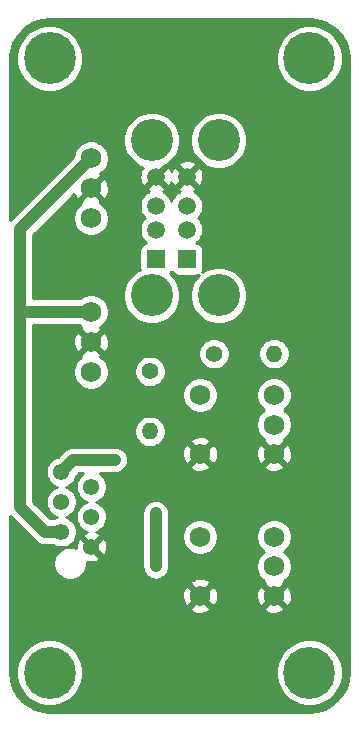
<source format=gbr>
%TF.GenerationSoftware,KiCad,Pcbnew,(5.1.6-0-10_14)*%
%TF.CreationDate,2020-08-18T03:36:25-05:00*%
%TF.ProjectId,Remote,52656d6f-7465-42e6-9b69-6361645f7063,rev?*%
%TF.SameCoordinates,Original*%
%TF.FileFunction,Copper,L2,Bot*%
%TF.FilePolarity,Positive*%
%FSLAX46Y46*%
G04 Gerber Fmt 4.6, Leading zero omitted, Abs format (unit mm)*
G04 Created by KiCad (PCBNEW (5.1.6-0-10_14)) date 2020-08-18 03:36:25*
%MOMM*%
%LPD*%
G01*
G04 APERTURE LIST*
%TA.AperFunction,ComponentPad*%
%ADD10C,1.750000*%
%TD*%
%TA.AperFunction,ComponentPad*%
%ADD11C,4.400000*%
%TD*%
%TA.AperFunction,ComponentPad*%
%ADD12R,1.500000X1.500000*%
%TD*%
%TA.AperFunction,ComponentPad*%
%ADD13C,1.500000*%
%TD*%
%TA.AperFunction,ComponentPad*%
%ADD14C,3.570000*%
%TD*%
%TA.AperFunction,ComponentPad*%
%ADD15C,1.381000*%
%TD*%
%TA.AperFunction,ComponentPad*%
%ADD16O,1.400000X1.400000*%
%TD*%
%TA.AperFunction,ComponentPad*%
%ADD17C,1.400000*%
%TD*%
%TA.AperFunction,ViaPad*%
%ADD18C,0.600000*%
%TD*%
%TA.AperFunction,Conductor*%
%ADD19C,1.000000*%
%TD*%
%TA.AperFunction,Conductor*%
%ADD20C,0.254000*%
%TD*%
G04 APERTURE END LIST*
D10*
%TO.P,U4,3*%
%TO.N,5VB*%
X129536000Y-110592000D03*
%TO.P,U4,1*%
%TO.N,12ish-Rmt*%
X129536000Y-105512000D03*
%TO.P,U4,2*%
%TO.N,Com-Rmt*%
X129536000Y-108052000D03*
%TD*%
D11*
%TO.P,H4,1*%
%TO.N,N/C*%
X126036000Y-97052000D03*
%TD*%
%TO.P,H3,1*%
%TO.N,N/C*%
X148036000Y-97052000D03*
%TD*%
%TO.P,H2,1*%
%TO.N,N/C*%
X126036000Y-149052000D03*
%TD*%
%TO.P,H1,1*%
%TO.N,N/C*%
X148036000Y-149052000D03*
%TD*%
D10*
%TO.P,U3,3*%
%TO.N,5VA*%
X129536000Y-123592000D03*
%TO.P,U3,1*%
%TO.N,12ish-Rmt*%
X129536000Y-118512000D03*
%TO.P,U3,2*%
%TO.N,Com-Rmt*%
X129536000Y-121052000D03*
%TD*%
%TO.P,RP2,4*%
%TO.N,Com-Rmt*%
X138786000Y-130552000D03*
%TO.P,RP2,5*%
%TO.N,Auto_Man-Rmt*%
X138786000Y-125552000D03*
%TO.P,RP2,1*%
%TO.N,Com-Rmt*%
X145036000Y-130552000D03*
%TO.P,RP2,3*%
%TO.N,Net-(R5-Pad2)*%
X145036000Y-125552000D03*
%TO.P,RP2,2*%
%TO.N,Color-Rmt*%
X145036000Y-128052000D03*
%TD*%
%TO.P,RP1,4*%
%TO.N,Com-Rmt*%
X138786000Y-142552000D03*
%TO.P,RP1,5*%
%TO.N,On_Off-Rmt*%
X138786000Y-137552000D03*
%TO.P,RP1,1*%
%TO.N,Com-Rmt*%
X145036000Y-142552000D03*
%TO.P,RP1,3*%
%TO.N,Net-(R4-Pad2)*%
X145036000Y-137552000D03*
%TO.P,RP1,2*%
%TO.N,Brightness-Rmt*%
X145036000Y-140052000D03*
%TD*%
D12*
%TO.P,J8,A1*%
%TO.N,5VB*%
X135036000Y-114052000D03*
D13*
%TO.P,J8,A2*%
%TO.N,Net-(J8-PadA2)*%
X135036000Y-111552000D03*
%TO.P,J8,A3*%
X135036000Y-109552000D03*
%TO.P,J8,A4*%
%TO.N,Com-Rmt*%
X135036000Y-107052000D03*
D12*
%TO.P,J8,B1*%
%TO.N,5VA*%
X137656000Y-114052000D03*
D13*
%TO.P,J8,B2*%
%TO.N,Net-(J8-PadB2)*%
X137656000Y-111552000D03*
%TO.P,J8,B3*%
X137656000Y-109552000D03*
%TO.P,J8,B4*%
%TO.N,Com-Rmt*%
X137666000Y-107052000D03*
D14*
%TO.P,J8,MH1*%
%TO.N,Net-(J8-PadMH1)*%
X140366000Y-117122000D03*
%TO.P,J8,MH2*%
%TO.N,Net-(J8-PadMH2)*%
X140366000Y-103982000D03*
%TO.P,J8,MH3*%
%TO.N,Net-(J8-PadMH3)*%
X134686000Y-103982000D03*
%TO.P,J8,MH4*%
%TO.N,Net-(J8-PadMH4)*%
X134686000Y-117122000D03*
%TD*%
D15*
%TO.P,J5,1*%
%TO.N,Brightness-Rmt*%
X127036000Y-132052000D03*
%TO.P,J5,2*%
%TO.N,Auto_Man-Rmt*%
X129576000Y-133322000D03*
%TO.P,J5,3*%
%TO.N,Color-Rmt*%
X127036000Y-134592000D03*
%TO.P,J5,4*%
%TO.N,On_Off-Rmt*%
X129576000Y-135862000D03*
%TO.P,J5,5*%
%TO.N,12ish-Rmt*%
X127036000Y-137132000D03*
%TO.P,J5,6*%
%TO.N,Com-Rmt*%
X129576000Y-138402000D03*
%TD*%
D16*
%TO.P,R5,2*%
%TO.N,Net-(R5-Pad2)*%
X145036000Y-122052000D03*
D17*
%TO.P,R5,1*%
%TO.N,5VA*%
X139956000Y-122052000D03*
%TD*%
D16*
%TO.P,R4,2*%
%TO.N,Net-(R4-Pad2)*%
X134536000Y-128632000D03*
D17*
%TO.P,R4,1*%
%TO.N,5VA*%
X134536000Y-123552000D03*
%TD*%
D18*
%TO.N,Brightness-Rmt*%
X135036000Y-140052000D03*
X135036000Y-135552000D03*
X135036000Y-135552000D03*
X131536000Y-131052000D03*
%TD*%
D19*
%TO.N,12ish-Rmt*%
X129536000Y-105512000D02*
X123536000Y-111512000D01*
X123576000Y-118512000D02*
X123536000Y-118552000D01*
X123536000Y-118552000D02*
X123536000Y-111512000D01*
X129536000Y-118512000D02*
X123576000Y-118512000D01*
X125616000Y-137132000D02*
X123536000Y-135052000D01*
X127036000Y-137132000D02*
X125616000Y-137132000D01*
X123536000Y-135052000D02*
X123536000Y-118552000D01*
%TO.N,Brightness-Rmt*%
X135036000Y-135552000D02*
X135036000Y-135552000D01*
X135036000Y-140052000D02*
X135036000Y-135552000D01*
X135036000Y-135552000D02*
X135036000Y-135552000D01*
X135036000Y-135552000D02*
X135036000Y-135552000D01*
X128036000Y-131052000D02*
X127036000Y-132052000D01*
X131536000Y-131052000D02*
X128036000Y-131052000D01*
%TD*%
D20*
%TO.N,Com-Rmt*%
G36*
X148685291Y-93772850D02*
G01*
X149309848Y-93961416D01*
X149885883Y-94267699D01*
X150391461Y-94680038D01*
X150807318Y-95182721D01*
X151117616Y-95756606D01*
X151310537Y-96379834D01*
X151381950Y-97059276D01*
X151381951Y-149020006D01*
X151315150Y-149701290D01*
X151126585Y-150325847D01*
X150820300Y-150901885D01*
X150407960Y-151407464D01*
X149905279Y-151823318D01*
X149331394Y-152133616D01*
X148708165Y-152326538D01*
X148028725Y-152397950D01*
X126067984Y-152397950D01*
X125386710Y-152331150D01*
X124762153Y-152142585D01*
X124186115Y-151836300D01*
X123680536Y-151423960D01*
X123264682Y-150921279D01*
X122954384Y-150347394D01*
X122761462Y-149724165D01*
X122690050Y-149044725D01*
X122690050Y-148772777D01*
X123201000Y-148772777D01*
X123201000Y-149331223D01*
X123309948Y-149878939D01*
X123523656Y-150394876D01*
X123833912Y-150859207D01*
X124228793Y-151254088D01*
X124693124Y-151564344D01*
X125209061Y-151778052D01*
X125756777Y-151887000D01*
X126315223Y-151887000D01*
X126862939Y-151778052D01*
X127378876Y-151564344D01*
X127843207Y-151254088D01*
X128238088Y-150859207D01*
X128548344Y-150394876D01*
X128762052Y-149878939D01*
X128871000Y-149331223D01*
X128871000Y-148772777D01*
X145201000Y-148772777D01*
X145201000Y-149331223D01*
X145309948Y-149878939D01*
X145523656Y-150394876D01*
X145833912Y-150859207D01*
X146228793Y-151254088D01*
X146693124Y-151564344D01*
X147209061Y-151778052D01*
X147756777Y-151887000D01*
X148315223Y-151887000D01*
X148862939Y-151778052D01*
X149378876Y-151564344D01*
X149843207Y-151254088D01*
X150238088Y-150859207D01*
X150548344Y-150394876D01*
X150762052Y-149878939D01*
X150871000Y-149331223D01*
X150871000Y-148772777D01*
X150762052Y-148225061D01*
X150548344Y-147709124D01*
X150238088Y-147244793D01*
X149843207Y-146849912D01*
X149378876Y-146539656D01*
X148862939Y-146325948D01*
X148315223Y-146217000D01*
X147756777Y-146217000D01*
X147209061Y-146325948D01*
X146693124Y-146539656D01*
X146228793Y-146849912D01*
X145833912Y-147244793D01*
X145523656Y-147709124D01*
X145309948Y-148225061D01*
X145201000Y-148772777D01*
X128871000Y-148772777D01*
X128762052Y-148225061D01*
X128548344Y-147709124D01*
X128238088Y-147244793D01*
X127843207Y-146849912D01*
X127378876Y-146539656D01*
X126862939Y-146325948D01*
X126315223Y-146217000D01*
X125756777Y-146217000D01*
X125209061Y-146325948D01*
X124693124Y-146539656D01*
X124228793Y-146849912D01*
X123833912Y-147244793D01*
X123523656Y-147709124D01*
X123309948Y-148225061D01*
X123201000Y-148772777D01*
X122690050Y-148772777D01*
X122690050Y-143598240D01*
X137919365Y-143598240D01*
X138000025Y-143849868D01*
X138268329Y-143978267D01*
X138556526Y-144051855D01*
X138853543Y-144067804D01*
X139147963Y-144025501D01*
X139428474Y-143926572D01*
X139571975Y-143849868D01*
X139652635Y-143598240D01*
X144169365Y-143598240D01*
X144250025Y-143849868D01*
X144518329Y-143978267D01*
X144806526Y-144051855D01*
X145103543Y-144067804D01*
X145397963Y-144025501D01*
X145678474Y-143926572D01*
X145821975Y-143849868D01*
X145902635Y-143598240D01*
X145036000Y-142731605D01*
X144169365Y-143598240D01*
X139652635Y-143598240D01*
X138786000Y-142731605D01*
X137919365Y-143598240D01*
X122690050Y-143598240D01*
X122690050Y-142619543D01*
X137270196Y-142619543D01*
X137312499Y-142913963D01*
X137411428Y-143194474D01*
X137488132Y-143337975D01*
X137739760Y-143418635D01*
X138606395Y-142552000D01*
X138965605Y-142552000D01*
X139832240Y-143418635D01*
X140083868Y-143337975D01*
X140212267Y-143069671D01*
X140285855Y-142781474D01*
X140294550Y-142619543D01*
X143520196Y-142619543D01*
X143562499Y-142913963D01*
X143661428Y-143194474D01*
X143738132Y-143337975D01*
X143989760Y-143418635D01*
X144856395Y-142552000D01*
X145215605Y-142552000D01*
X146082240Y-143418635D01*
X146333868Y-143337975D01*
X146462267Y-143069671D01*
X146535855Y-142781474D01*
X146551804Y-142484457D01*
X146509501Y-142190037D01*
X146410572Y-141909526D01*
X146333868Y-141766025D01*
X146082240Y-141685365D01*
X145215605Y-142552000D01*
X144856395Y-142552000D01*
X143989760Y-141685365D01*
X143738132Y-141766025D01*
X143609733Y-142034329D01*
X143536145Y-142322526D01*
X143520196Y-142619543D01*
X140294550Y-142619543D01*
X140301804Y-142484457D01*
X140259501Y-142190037D01*
X140160572Y-141909526D01*
X140083868Y-141766025D01*
X139832240Y-141685365D01*
X138965605Y-142552000D01*
X138606395Y-142552000D01*
X137739760Y-141685365D01*
X137488132Y-141766025D01*
X137359733Y-142034329D01*
X137286145Y-142322526D01*
X137270196Y-142619543D01*
X122690050Y-142619543D01*
X122690050Y-141505760D01*
X137919365Y-141505760D01*
X138786000Y-142372395D01*
X139652635Y-141505760D01*
X139571975Y-141254132D01*
X139303671Y-141125733D01*
X139015474Y-141052145D01*
X138718457Y-141036196D01*
X138424037Y-141078499D01*
X138143526Y-141177428D01*
X138000025Y-141254132D01*
X137919365Y-141505760D01*
X122690050Y-141505760D01*
X122690050Y-139663127D01*
X126366000Y-139663127D01*
X126366000Y-139940873D01*
X126420186Y-140213282D01*
X126526475Y-140469885D01*
X126680782Y-140700822D01*
X126877178Y-140897218D01*
X127108115Y-141051525D01*
X127364718Y-141157814D01*
X127637127Y-141212000D01*
X127914873Y-141212000D01*
X128187282Y-141157814D01*
X128443885Y-141051525D01*
X128674822Y-140897218D01*
X128871218Y-140700822D01*
X129025525Y-140469885D01*
X129131814Y-140213282D01*
X129186000Y-139940873D01*
X129186000Y-139671310D01*
X129389979Y-139720859D01*
X129650849Y-139731808D01*
X129908844Y-139691654D01*
X130154047Y-139601939D01*
X130252567Y-139549279D01*
X130310875Y-139316480D01*
X129576000Y-138581605D01*
X129561858Y-138595748D01*
X129382253Y-138416143D01*
X129396395Y-138402000D01*
X129755605Y-138402000D01*
X130490480Y-139136875D01*
X130723279Y-139078567D01*
X130833227Y-138841743D01*
X130894859Y-138588021D01*
X130905808Y-138327151D01*
X130865654Y-138069156D01*
X130775939Y-137823953D01*
X130723279Y-137725433D01*
X130490480Y-137667125D01*
X129755605Y-138402000D01*
X129396395Y-138402000D01*
X128661520Y-137667125D01*
X128428721Y-137725433D01*
X128318773Y-137962257D01*
X128257141Y-138215979D01*
X128246450Y-138470694D01*
X128187282Y-138446186D01*
X127914873Y-138392000D01*
X127637127Y-138392000D01*
X127364718Y-138446186D01*
X127108115Y-138552475D01*
X126877178Y-138706782D01*
X126680782Y-138903178D01*
X126526475Y-139134115D01*
X126420186Y-139390718D01*
X126366000Y-139663127D01*
X122690050Y-139663127D01*
X122690050Y-135810317D01*
X122729551Y-135858449D01*
X122772865Y-135893996D01*
X124774009Y-137895141D01*
X124809551Y-137938449D01*
X124982377Y-138080284D01*
X125179553Y-138185676D01*
X125343705Y-138235471D01*
X125393500Y-138250577D01*
X125414493Y-138252644D01*
X125560248Y-138267000D01*
X125560255Y-138267000D01*
X125615999Y-138272490D01*
X125671743Y-138267000D01*
X126348810Y-138267000D01*
X126408140Y-138306643D01*
X126649366Y-138406562D01*
X126905450Y-138457500D01*
X127166550Y-138457500D01*
X127422634Y-138406562D01*
X127663860Y-138306643D01*
X127880957Y-138161583D01*
X128065583Y-137976957D01*
X128210643Y-137759860D01*
X128310562Y-137518634D01*
X128361500Y-137262550D01*
X128361500Y-137001450D01*
X128310562Y-136745366D01*
X128210643Y-136504140D01*
X128065583Y-136287043D01*
X127880957Y-136102417D01*
X127663860Y-135957357D01*
X127433648Y-135862000D01*
X127663860Y-135766643D01*
X127880957Y-135621583D01*
X128065583Y-135436957D01*
X128210643Y-135219860D01*
X128310562Y-134978634D01*
X128361500Y-134722550D01*
X128361500Y-134461450D01*
X128310562Y-134205366D01*
X128210643Y-133964140D01*
X128065583Y-133747043D01*
X127880957Y-133562417D01*
X127663860Y-133417357D01*
X127433648Y-133322000D01*
X127663860Y-133226643D01*
X127880957Y-133081583D01*
X128065583Y-132896957D01*
X128210643Y-132679860D01*
X128310562Y-132438634D01*
X128324483Y-132368649D01*
X128506132Y-132187000D01*
X128888810Y-132187000D01*
X128731043Y-132292417D01*
X128546417Y-132477043D01*
X128401357Y-132694140D01*
X128301438Y-132935366D01*
X128250500Y-133191450D01*
X128250500Y-133452550D01*
X128301438Y-133708634D01*
X128401357Y-133949860D01*
X128546417Y-134166957D01*
X128731043Y-134351583D01*
X128948140Y-134496643D01*
X129178352Y-134592000D01*
X128948140Y-134687357D01*
X128731043Y-134832417D01*
X128546417Y-135017043D01*
X128401357Y-135234140D01*
X128301438Y-135475366D01*
X128250500Y-135731450D01*
X128250500Y-135992550D01*
X128301438Y-136248634D01*
X128401357Y-136489860D01*
X128546417Y-136706957D01*
X128731043Y-136891583D01*
X128948140Y-137036643D01*
X129183552Y-137134154D01*
X128997953Y-137202061D01*
X128899433Y-137254721D01*
X128841125Y-137487520D01*
X129576000Y-138222395D01*
X130310875Y-137487520D01*
X130252567Y-137254721D01*
X130015743Y-137144773D01*
X129969771Y-137133606D01*
X130203860Y-137036643D01*
X130420957Y-136891583D01*
X130605583Y-136706957D01*
X130750643Y-136489860D01*
X130850562Y-136248634D01*
X130901500Y-135992550D01*
X130901500Y-135731450D01*
X130865806Y-135552000D01*
X133895509Y-135552000D01*
X133901001Y-135607762D01*
X133901000Y-140107751D01*
X133917423Y-140274498D01*
X133982324Y-140488446D01*
X134087716Y-140685623D01*
X134229551Y-140858449D01*
X134402377Y-141000284D01*
X134599553Y-141105676D01*
X134813501Y-141170577D01*
X135036000Y-141192491D01*
X135258498Y-141170577D01*
X135472446Y-141105676D01*
X135669623Y-141000284D01*
X135842449Y-140858449D01*
X135984284Y-140685623D01*
X136089676Y-140488447D01*
X136154577Y-140274499D01*
X136171000Y-140107752D01*
X136171000Y-137403278D01*
X137276000Y-137403278D01*
X137276000Y-137700722D01*
X137334029Y-137992451D01*
X137447856Y-138267253D01*
X137613107Y-138514569D01*
X137823431Y-138724893D01*
X138070747Y-138890144D01*
X138345549Y-139003971D01*
X138637278Y-139062000D01*
X138934722Y-139062000D01*
X139226451Y-139003971D01*
X139501253Y-138890144D01*
X139748569Y-138724893D01*
X139958893Y-138514569D01*
X140124144Y-138267253D01*
X140237971Y-137992451D01*
X140296000Y-137700722D01*
X140296000Y-137403278D01*
X143526000Y-137403278D01*
X143526000Y-137700722D01*
X143584029Y-137992451D01*
X143697856Y-138267253D01*
X143863107Y-138514569D01*
X144073431Y-138724893D01*
X144188830Y-138802000D01*
X144073431Y-138879107D01*
X143863107Y-139089431D01*
X143697856Y-139336747D01*
X143584029Y-139611549D01*
X143526000Y-139903278D01*
X143526000Y-140200722D01*
X143584029Y-140492451D01*
X143697856Y-140767253D01*
X143863107Y-141014569D01*
X144073431Y-141224893D01*
X144226593Y-141327232D01*
X144169365Y-141505760D01*
X145036000Y-142372395D01*
X145902635Y-141505760D01*
X145845407Y-141327232D01*
X145998569Y-141224893D01*
X146208893Y-141014569D01*
X146374144Y-140767253D01*
X146487971Y-140492451D01*
X146546000Y-140200722D01*
X146546000Y-139903278D01*
X146487971Y-139611549D01*
X146374144Y-139336747D01*
X146208893Y-139089431D01*
X145998569Y-138879107D01*
X145883170Y-138802000D01*
X145998569Y-138724893D01*
X146208893Y-138514569D01*
X146374144Y-138267253D01*
X146487971Y-137992451D01*
X146546000Y-137700722D01*
X146546000Y-137403278D01*
X146487971Y-137111549D01*
X146374144Y-136836747D01*
X146208893Y-136589431D01*
X145998569Y-136379107D01*
X145751253Y-136213856D01*
X145476451Y-136100029D01*
X145184722Y-136042000D01*
X144887278Y-136042000D01*
X144595549Y-136100029D01*
X144320747Y-136213856D01*
X144073431Y-136379107D01*
X143863107Y-136589431D01*
X143697856Y-136836747D01*
X143584029Y-137111549D01*
X143526000Y-137403278D01*
X140296000Y-137403278D01*
X140237971Y-137111549D01*
X140124144Y-136836747D01*
X139958893Y-136589431D01*
X139748569Y-136379107D01*
X139501253Y-136213856D01*
X139226451Y-136100029D01*
X138934722Y-136042000D01*
X138637278Y-136042000D01*
X138345549Y-136100029D01*
X138070747Y-136213856D01*
X137823431Y-136379107D01*
X137613107Y-136589431D01*
X137447856Y-136836747D01*
X137334029Y-137111549D01*
X137276000Y-137403278D01*
X136171000Y-137403278D01*
X136171000Y-135607752D01*
X136176491Y-135552000D01*
X136154577Y-135329501D01*
X136089676Y-135115553D01*
X135984284Y-134918377D01*
X135842449Y-134745551D01*
X135669623Y-134603716D01*
X135472447Y-134498324D01*
X135258499Y-134433423D01*
X135091752Y-134417000D01*
X135036000Y-134411509D01*
X134980249Y-134417000D01*
X134980248Y-134417000D01*
X134813501Y-134433423D01*
X134599553Y-134498324D01*
X134402377Y-134603716D01*
X134229551Y-134745551D01*
X134087716Y-134918377D01*
X133982324Y-135115553D01*
X133917423Y-135329501D01*
X133895509Y-135552000D01*
X130865806Y-135552000D01*
X130850562Y-135475366D01*
X130750643Y-135234140D01*
X130605583Y-135017043D01*
X130420957Y-134832417D01*
X130203860Y-134687357D01*
X129973648Y-134592000D01*
X130203860Y-134496643D01*
X130420957Y-134351583D01*
X130605583Y-134166957D01*
X130750643Y-133949860D01*
X130850562Y-133708634D01*
X130901500Y-133452550D01*
X130901500Y-133191450D01*
X130850562Y-132935366D01*
X130750643Y-132694140D01*
X130605583Y-132477043D01*
X130420957Y-132292417D01*
X130263190Y-132187000D01*
X131591752Y-132187000D01*
X131758499Y-132170577D01*
X131972447Y-132105676D01*
X132169623Y-132000284D01*
X132342449Y-131858449D01*
X132484284Y-131685623D01*
X132530990Y-131598240D01*
X137919365Y-131598240D01*
X138000025Y-131849868D01*
X138268329Y-131978267D01*
X138556526Y-132051855D01*
X138853543Y-132067804D01*
X139147963Y-132025501D01*
X139428474Y-131926572D01*
X139571975Y-131849868D01*
X139652635Y-131598240D01*
X144169365Y-131598240D01*
X144250025Y-131849868D01*
X144518329Y-131978267D01*
X144806526Y-132051855D01*
X145103543Y-132067804D01*
X145397963Y-132025501D01*
X145678474Y-131926572D01*
X145821975Y-131849868D01*
X145902635Y-131598240D01*
X145036000Y-130731605D01*
X144169365Y-131598240D01*
X139652635Y-131598240D01*
X138786000Y-130731605D01*
X137919365Y-131598240D01*
X132530990Y-131598240D01*
X132589676Y-131488447D01*
X132654577Y-131274499D01*
X132676491Y-131052000D01*
X132654577Y-130829501D01*
X132590887Y-130619543D01*
X137270196Y-130619543D01*
X137312499Y-130913963D01*
X137411428Y-131194474D01*
X137488132Y-131337975D01*
X137739760Y-131418635D01*
X138606395Y-130552000D01*
X138965605Y-130552000D01*
X139832240Y-131418635D01*
X140083868Y-131337975D01*
X140212267Y-131069671D01*
X140285855Y-130781474D01*
X140294550Y-130619543D01*
X143520196Y-130619543D01*
X143562499Y-130913963D01*
X143661428Y-131194474D01*
X143738132Y-131337975D01*
X143989760Y-131418635D01*
X144856395Y-130552000D01*
X145215605Y-130552000D01*
X146082240Y-131418635D01*
X146333868Y-131337975D01*
X146462267Y-131069671D01*
X146535855Y-130781474D01*
X146551804Y-130484457D01*
X146509501Y-130190037D01*
X146410572Y-129909526D01*
X146333868Y-129766025D01*
X146082240Y-129685365D01*
X145215605Y-130552000D01*
X144856395Y-130552000D01*
X143989760Y-129685365D01*
X143738132Y-129766025D01*
X143609733Y-130034329D01*
X143536145Y-130322526D01*
X143520196Y-130619543D01*
X140294550Y-130619543D01*
X140301804Y-130484457D01*
X140259501Y-130190037D01*
X140160572Y-129909526D01*
X140083868Y-129766025D01*
X139832240Y-129685365D01*
X138965605Y-130552000D01*
X138606395Y-130552000D01*
X137739760Y-129685365D01*
X137488132Y-129766025D01*
X137359733Y-130034329D01*
X137286145Y-130322526D01*
X137270196Y-130619543D01*
X132590887Y-130619543D01*
X132589676Y-130615553D01*
X132484284Y-130418377D01*
X132342449Y-130245551D01*
X132169623Y-130103716D01*
X131972447Y-129998324D01*
X131758499Y-129933423D01*
X131591752Y-129917000D01*
X128091752Y-129917000D01*
X128036000Y-129911509D01*
X127813501Y-129933423D01*
X127599553Y-129998324D01*
X127402377Y-130103716D01*
X127272856Y-130210011D01*
X127272854Y-130210013D01*
X127229551Y-130245551D01*
X127194013Y-130288855D01*
X126719351Y-130763517D01*
X126649366Y-130777438D01*
X126408140Y-130877357D01*
X126191043Y-131022417D01*
X126006417Y-131207043D01*
X125861357Y-131424140D01*
X125761438Y-131665366D01*
X125710500Y-131921450D01*
X125710500Y-132182550D01*
X125761438Y-132438634D01*
X125861357Y-132679860D01*
X126006417Y-132896957D01*
X126191043Y-133081583D01*
X126408140Y-133226643D01*
X126638352Y-133322000D01*
X126408140Y-133417357D01*
X126191043Y-133562417D01*
X126006417Y-133747043D01*
X125861357Y-133964140D01*
X125761438Y-134205366D01*
X125710500Y-134461450D01*
X125710500Y-134722550D01*
X125761438Y-134978634D01*
X125861357Y-135219860D01*
X126006417Y-135436957D01*
X126191043Y-135621583D01*
X126408140Y-135766643D01*
X126638352Y-135862000D01*
X126408140Y-135957357D01*
X126348810Y-135997000D01*
X126086132Y-135997000D01*
X124671000Y-134581869D01*
X124671000Y-128500514D01*
X133201000Y-128500514D01*
X133201000Y-128763486D01*
X133252304Y-129021405D01*
X133352939Y-129264359D01*
X133499038Y-129483013D01*
X133684987Y-129668962D01*
X133903641Y-129815061D01*
X134146595Y-129915696D01*
X134404514Y-129967000D01*
X134667486Y-129967000D01*
X134925405Y-129915696D01*
X135168359Y-129815061D01*
X135387013Y-129668962D01*
X135550215Y-129505760D01*
X137919365Y-129505760D01*
X138786000Y-130372395D01*
X139652635Y-129505760D01*
X139571975Y-129254132D01*
X139303671Y-129125733D01*
X139015474Y-129052145D01*
X138718457Y-129036196D01*
X138424037Y-129078499D01*
X138143526Y-129177428D01*
X138000025Y-129254132D01*
X137919365Y-129505760D01*
X135550215Y-129505760D01*
X135572962Y-129483013D01*
X135719061Y-129264359D01*
X135819696Y-129021405D01*
X135871000Y-128763486D01*
X135871000Y-128500514D01*
X135819696Y-128242595D01*
X135719061Y-127999641D01*
X135572962Y-127780987D01*
X135387013Y-127595038D01*
X135168359Y-127448939D01*
X134925405Y-127348304D01*
X134667486Y-127297000D01*
X134404514Y-127297000D01*
X134146595Y-127348304D01*
X133903641Y-127448939D01*
X133684987Y-127595038D01*
X133499038Y-127780987D01*
X133352939Y-127999641D01*
X133252304Y-128242595D01*
X133201000Y-128500514D01*
X124671000Y-128500514D01*
X124671000Y-125403278D01*
X137276000Y-125403278D01*
X137276000Y-125700722D01*
X137334029Y-125992451D01*
X137447856Y-126267253D01*
X137613107Y-126514569D01*
X137823431Y-126724893D01*
X138070747Y-126890144D01*
X138345549Y-127003971D01*
X138637278Y-127062000D01*
X138934722Y-127062000D01*
X139226451Y-127003971D01*
X139501253Y-126890144D01*
X139748569Y-126724893D01*
X139958893Y-126514569D01*
X140124144Y-126267253D01*
X140237971Y-125992451D01*
X140296000Y-125700722D01*
X140296000Y-125403278D01*
X143526000Y-125403278D01*
X143526000Y-125700722D01*
X143584029Y-125992451D01*
X143697856Y-126267253D01*
X143863107Y-126514569D01*
X144073431Y-126724893D01*
X144188830Y-126802000D01*
X144073431Y-126879107D01*
X143863107Y-127089431D01*
X143697856Y-127336747D01*
X143584029Y-127611549D01*
X143526000Y-127903278D01*
X143526000Y-128200722D01*
X143584029Y-128492451D01*
X143697856Y-128767253D01*
X143863107Y-129014569D01*
X144073431Y-129224893D01*
X144226593Y-129327232D01*
X144169365Y-129505760D01*
X145036000Y-130372395D01*
X145902635Y-129505760D01*
X145845407Y-129327232D01*
X145998569Y-129224893D01*
X146208893Y-129014569D01*
X146374144Y-128767253D01*
X146487971Y-128492451D01*
X146546000Y-128200722D01*
X146546000Y-127903278D01*
X146487971Y-127611549D01*
X146374144Y-127336747D01*
X146208893Y-127089431D01*
X145998569Y-126879107D01*
X145883170Y-126802000D01*
X145998569Y-126724893D01*
X146208893Y-126514569D01*
X146374144Y-126267253D01*
X146487971Y-125992451D01*
X146546000Y-125700722D01*
X146546000Y-125403278D01*
X146487971Y-125111549D01*
X146374144Y-124836747D01*
X146208893Y-124589431D01*
X145998569Y-124379107D01*
X145751253Y-124213856D01*
X145476451Y-124100029D01*
X145184722Y-124042000D01*
X144887278Y-124042000D01*
X144595549Y-124100029D01*
X144320747Y-124213856D01*
X144073431Y-124379107D01*
X143863107Y-124589431D01*
X143697856Y-124836747D01*
X143584029Y-125111549D01*
X143526000Y-125403278D01*
X140296000Y-125403278D01*
X140237971Y-125111549D01*
X140124144Y-124836747D01*
X139958893Y-124589431D01*
X139748569Y-124379107D01*
X139501253Y-124213856D01*
X139226451Y-124100029D01*
X138934722Y-124042000D01*
X138637278Y-124042000D01*
X138345549Y-124100029D01*
X138070747Y-124213856D01*
X137823431Y-124379107D01*
X137613107Y-124589431D01*
X137447856Y-124836747D01*
X137334029Y-125111549D01*
X137276000Y-125403278D01*
X124671000Y-125403278D01*
X124671000Y-123443278D01*
X128026000Y-123443278D01*
X128026000Y-123740722D01*
X128084029Y-124032451D01*
X128197856Y-124307253D01*
X128363107Y-124554569D01*
X128573431Y-124764893D01*
X128820747Y-124930144D01*
X129095549Y-125043971D01*
X129387278Y-125102000D01*
X129684722Y-125102000D01*
X129976451Y-125043971D01*
X130251253Y-124930144D01*
X130498569Y-124764893D01*
X130708893Y-124554569D01*
X130874144Y-124307253D01*
X130987971Y-124032451D01*
X131046000Y-123740722D01*
X131046000Y-123443278D01*
X131041472Y-123420514D01*
X133201000Y-123420514D01*
X133201000Y-123683486D01*
X133252304Y-123941405D01*
X133352939Y-124184359D01*
X133499038Y-124403013D01*
X133684987Y-124588962D01*
X133903641Y-124735061D01*
X134146595Y-124835696D01*
X134404514Y-124887000D01*
X134667486Y-124887000D01*
X134925405Y-124835696D01*
X135168359Y-124735061D01*
X135387013Y-124588962D01*
X135572962Y-124403013D01*
X135719061Y-124184359D01*
X135819696Y-123941405D01*
X135871000Y-123683486D01*
X135871000Y-123420514D01*
X135819696Y-123162595D01*
X135719061Y-122919641D01*
X135572962Y-122700987D01*
X135387013Y-122515038D01*
X135168359Y-122368939D01*
X134925405Y-122268304D01*
X134667486Y-122217000D01*
X134404514Y-122217000D01*
X134146595Y-122268304D01*
X133903641Y-122368939D01*
X133684987Y-122515038D01*
X133499038Y-122700987D01*
X133352939Y-122919641D01*
X133252304Y-123162595D01*
X133201000Y-123420514D01*
X131041472Y-123420514D01*
X130987971Y-123151549D01*
X130874144Y-122876747D01*
X130708893Y-122629431D01*
X130498569Y-122419107D01*
X130334847Y-122309712D01*
X130402635Y-122098240D01*
X130224909Y-121920514D01*
X138621000Y-121920514D01*
X138621000Y-122183486D01*
X138672304Y-122441405D01*
X138772939Y-122684359D01*
X138919038Y-122903013D01*
X139104987Y-123088962D01*
X139323641Y-123235061D01*
X139566595Y-123335696D01*
X139824514Y-123387000D01*
X140087486Y-123387000D01*
X140345405Y-123335696D01*
X140588359Y-123235061D01*
X140807013Y-123088962D01*
X140992962Y-122903013D01*
X141139061Y-122684359D01*
X141239696Y-122441405D01*
X141291000Y-122183486D01*
X141291000Y-121920514D01*
X143701000Y-121920514D01*
X143701000Y-122183486D01*
X143752304Y-122441405D01*
X143852939Y-122684359D01*
X143999038Y-122903013D01*
X144184987Y-123088962D01*
X144403641Y-123235061D01*
X144646595Y-123335696D01*
X144904514Y-123387000D01*
X145167486Y-123387000D01*
X145425405Y-123335696D01*
X145668359Y-123235061D01*
X145887013Y-123088962D01*
X146072962Y-122903013D01*
X146219061Y-122684359D01*
X146319696Y-122441405D01*
X146371000Y-122183486D01*
X146371000Y-121920514D01*
X146319696Y-121662595D01*
X146219061Y-121419641D01*
X146072962Y-121200987D01*
X145887013Y-121015038D01*
X145668359Y-120868939D01*
X145425405Y-120768304D01*
X145167486Y-120717000D01*
X144904514Y-120717000D01*
X144646595Y-120768304D01*
X144403641Y-120868939D01*
X144184987Y-121015038D01*
X143999038Y-121200987D01*
X143852939Y-121419641D01*
X143752304Y-121662595D01*
X143701000Y-121920514D01*
X141291000Y-121920514D01*
X141239696Y-121662595D01*
X141139061Y-121419641D01*
X140992962Y-121200987D01*
X140807013Y-121015038D01*
X140588359Y-120868939D01*
X140345405Y-120768304D01*
X140087486Y-120717000D01*
X139824514Y-120717000D01*
X139566595Y-120768304D01*
X139323641Y-120868939D01*
X139104987Y-121015038D01*
X138919038Y-121200987D01*
X138772939Y-121419641D01*
X138672304Y-121662595D01*
X138621000Y-121920514D01*
X130224909Y-121920514D01*
X129536000Y-121231605D01*
X128669365Y-122098240D01*
X128737153Y-122309712D01*
X128573431Y-122419107D01*
X128363107Y-122629431D01*
X128197856Y-122876747D01*
X128084029Y-123151549D01*
X128026000Y-123443278D01*
X124671000Y-123443278D01*
X124671000Y-121119543D01*
X128020196Y-121119543D01*
X128062499Y-121413963D01*
X128161428Y-121694474D01*
X128238132Y-121837975D01*
X128489760Y-121918635D01*
X129356395Y-121052000D01*
X129715605Y-121052000D01*
X130582240Y-121918635D01*
X130833868Y-121837975D01*
X130962267Y-121569671D01*
X131035855Y-121281474D01*
X131051804Y-120984457D01*
X131009501Y-120690037D01*
X130910572Y-120409526D01*
X130833868Y-120266025D01*
X130582240Y-120185365D01*
X129715605Y-121052000D01*
X129356395Y-121052000D01*
X128489760Y-120185365D01*
X128238132Y-120266025D01*
X128109733Y-120534329D01*
X128036145Y-120822526D01*
X128020196Y-121119543D01*
X124671000Y-121119543D01*
X124671000Y-119647000D01*
X128535538Y-119647000D01*
X128573431Y-119684893D01*
X128737153Y-119794288D01*
X128669365Y-120005760D01*
X129536000Y-120872395D01*
X130402635Y-120005760D01*
X130334847Y-119794288D01*
X130498569Y-119684893D01*
X130708893Y-119474569D01*
X130874144Y-119227253D01*
X130987971Y-118952451D01*
X131046000Y-118660722D01*
X131046000Y-118363278D01*
X130987971Y-118071549D01*
X130874144Y-117796747D01*
X130708893Y-117549431D01*
X130498569Y-117339107D01*
X130251253Y-117173856D01*
X129976451Y-117060029D01*
X129684722Y-117002000D01*
X129387278Y-117002000D01*
X129095549Y-117060029D01*
X128820747Y-117173856D01*
X128573431Y-117339107D01*
X128535538Y-117377000D01*
X124671000Y-117377000D01*
X124671000Y-116883651D01*
X132266000Y-116883651D01*
X132266000Y-117360349D01*
X132359000Y-117827888D01*
X132541424Y-118268300D01*
X132806264Y-118664660D01*
X133143340Y-119001736D01*
X133539700Y-119266576D01*
X133980112Y-119449000D01*
X134447651Y-119542000D01*
X134924349Y-119542000D01*
X135391888Y-119449000D01*
X135832300Y-119266576D01*
X136228660Y-119001736D01*
X136565736Y-118664660D01*
X136830576Y-118268300D01*
X137013000Y-117827888D01*
X137106000Y-117360349D01*
X137106000Y-116883651D01*
X137013000Y-116416112D01*
X136830576Y-115975700D01*
X136565736Y-115579340D01*
X136238265Y-115251869D01*
X136316537Y-115156494D01*
X136346000Y-115101373D01*
X136375463Y-115156494D01*
X136454815Y-115253185D01*
X136551506Y-115332537D01*
X136661820Y-115391502D01*
X136781518Y-115427812D01*
X136906000Y-115440072D01*
X138406000Y-115440072D01*
X138530482Y-115427812D01*
X138650180Y-115391502D01*
X138701572Y-115364032D01*
X138486264Y-115579340D01*
X138221424Y-115975700D01*
X138039000Y-116416112D01*
X137946000Y-116883651D01*
X137946000Y-117360349D01*
X138039000Y-117827888D01*
X138221424Y-118268300D01*
X138486264Y-118664660D01*
X138823340Y-119001736D01*
X139219700Y-119266576D01*
X139660112Y-119449000D01*
X140127651Y-119542000D01*
X140604349Y-119542000D01*
X141071888Y-119449000D01*
X141512300Y-119266576D01*
X141908660Y-119001736D01*
X142245736Y-118664660D01*
X142510576Y-118268300D01*
X142693000Y-117827888D01*
X142786000Y-117360349D01*
X142786000Y-116883651D01*
X142693000Y-116416112D01*
X142510576Y-115975700D01*
X142245736Y-115579340D01*
X141908660Y-115242264D01*
X141512300Y-114977424D01*
X141071888Y-114795000D01*
X140604349Y-114702000D01*
X140127651Y-114702000D01*
X139660112Y-114795000D01*
X139219700Y-114977424D01*
X138918123Y-115178932D01*
X138936537Y-115156494D01*
X138995502Y-115046180D01*
X139031812Y-114926482D01*
X139044072Y-114802000D01*
X139044072Y-113302000D01*
X139031812Y-113177518D01*
X138995502Y-113057820D01*
X138936537Y-112947506D01*
X138857185Y-112850815D01*
X138760494Y-112771463D01*
X138650180Y-112712498D01*
X138530482Y-112676188D01*
X138474690Y-112670693D01*
X138538886Y-112627799D01*
X138731799Y-112434886D01*
X138883371Y-112208043D01*
X138987775Y-111955989D01*
X139041000Y-111688411D01*
X139041000Y-111415589D01*
X138987775Y-111148011D01*
X138883371Y-110895957D01*
X138731799Y-110669114D01*
X138614685Y-110552000D01*
X138731799Y-110434886D01*
X138883371Y-110208043D01*
X138987775Y-109955989D01*
X139041000Y-109688411D01*
X139041000Y-109415589D01*
X138987775Y-109148011D01*
X138883371Y-108895957D01*
X138731799Y-108669114D01*
X138538886Y-108476201D01*
X138312043Y-108324629D01*
X138268209Y-108306472D01*
X138377863Y-108247860D01*
X138443388Y-108008993D01*
X137666000Y-107231605D01*
X136888612Y-108008993D01*
X136954137Y-108247860D01*
X137062513Y-108298718D01*
X136999957Y-108324629D01*
X136773114Y-108476201D01*
X136580201Y-108669114D01*
X136428629Y-108895957D01*
X136346000Y-109095441D01*
X136263371Y-108895957D01*
X136111799Y-108669114D01*
X135918886Y-108476201D01*
X135692043Y-108324629D01*
X135642574Y-108304139D01*
X135747863Y-108247860D01*
X135813388Y-108008993D01*
X135036000Y-107231605D01*
X134258612Y-108008993D01*
X134324137Y-108247860D01*
X134437201Y-108300918D01*
X134379957Y-108324629D01*
X134153114Y-108476201D01*
X133960201Y-108669114D01*
X133808629Y-108895957D01*
X133704225Y-109148011D01*
X133651000Y-109415589D01*
X133651000Y-109688411D01*
X133704225Y-109955989D01*
X133808629Y-110208043D01*
X133960201Y-110434886D01*
X134077315Y-110552000D01*
X133960201Y-110669114D01*
X133808629Y-110895957D01*
X133704225Y-111148011D01*
X133651000Y-111415589D01*
X133651000Y-111688411D01*
X133704225Y-111955989D01*
X133808629Y-112208043D01*
X133960201Y-112434886D01*
X134153114Y-112627799D01*
X134217310Y-112670693D01*
X134161518Y-112676188D01*
X134041820Y-112712498D01*
X133931506Y-112771463D01*
X133834815Y-112850815D01*
X133755463Y-112947506D01*
X133696498Y-113057820D01*
X133660188Y-113177518D01*
X133647928Y-113302000D01*
X133647928Y-114802000D01*
X133660188Y-114926482D01*
X133660467Y-114927401D01*
X133539700Y-114977424D01*
X133143340Y-115242264D01*
X132806264Y-115579340D01*
X132541424Y-115975700D01*
X132359000Y-116416112D01*
X132266000Y-116883651D01*
X124671000Y-116883651D01*
X124671000Y-111982131D01*
X126209853Y-110443278D01*
X128026000Y-110443278D01*
X128026000Y-110740722D01*
X128084029Y-111032451D01*
X128197856Y-111307253D01*
X128363107Y-111554569D01*
X128573431Y-111764893D01*
X128820747Y-111930144D01*
X129095549Y-112043971D01*
X129387278Y-112102000D01*
X129684722Y-112102000D01*
X129976451Y-112043971D01*
X130251253Y-111930144D01*
X130498569Y-111764893D01*
X130708893Y-111554569D01*
X130874144Y-111307253D01*
X130987971Y-111032451D01*
X131046000Y-110740722D01*
X131046000Y-110443278D01*
X130987971Y-110151549D01*
X130874144Y-109876747D01*
X130708893Y-109629431D01*
X130498569Y-109419107D01*
X130334847Y-109309712D01*
X130402635Y-109098240D01*
X129536000Y-108231605D01*
X128669365Y-109098240D01*
X128737153Y-109309712D01*
X128573431Y-109419107D01*
X128363107Y-109629431D01*
X128197856Y-109876747D01*
X128084029Y-110151549D01*
X128026000Y-110443278D01*
X126209853Y-110443278D01*
X128108561Y-108544571D01*
X128161428Y-108694474D01*
X128238132Y-108837975D01*
X128489760Y-108918635D01*
X129356395Y-108052000D01*
X129715605Y-108052000D01*
X130582240Y-108918635D01*
X130833868Y-108837975D01*
X130962267Y-108569671D01*
X131035855Y-108281474D01*
X131051804Y-107984457D01*
X131009501Y-107690037D01*
X130910572Y-107409526D01*
X130833868Y-107266025D01*
X130582240Y-107185365D01*
X129715605Y-108052000D01*
X129356395Y-108052000D01*
X129342253Y-108037858D01*
X129521858Y-107858253D01*
X129536000Y-107872395D01*
X130402635Y-107005760D01*
X130334847Y-106794288D01*
X130498569Y-106684893D01*
X130708893Y-106474569D01*
X130874144Y-106227253D01*
X130987971Y-105952451D01*
X131046000Y-105660722D01*
X131046000Y-105363278D01*
X130987971Y-105071549D01*
X130874144Y-104796747D01*
X130708893Y-104549431D01*
X130498569Y-104339107D01*
X130251253Y-104173856D01*
X129976451Y-104060029D01*
X129684722Y-104002000D01*
X129387278Y-104002000D01*
X129095549Y-104060029D01*
X128820747Y-104173856D01*
X128573431Y-104339107D01*
X128363107Y-104549431D01*
X128197856Y-104796747D01*
X128084029Y-105071549D01*
X128026000Y-105363278D01*
X128026000Y-105416868D01*
X122772860Y-110670009D01*
X122729552Y-110705551D01*
X122690050Y-110753684D01*
X122690050Y-103743651D01*
X132266000Y-103743651D01*
X132266000Y-104220349D01*
X132359000Y-104687888D01*
X132541424Y-105128300D01*
X132806264Y-105524660D01*
X133143340Y-105861736D01*
X133539700Y-106126576D01*
X133969568Y-106304633D01*
X133840140Y-106340137D01*
X133724240Y-106587116D01*
X133658750Y-106851960D01*
X133646188Y-107124492D01*
X133687035Y-107394238D01*
X133779723Y-107650832D01*
X133840140Y-107763863D01*
X134079007Y-107829388D01*
X134856395Y-107052000D01*
X135215605Y-107052000D01*
X135992993Y-107829388D01*
X136231860Y-107763863D01*
X136347760Y-107516884D01*
X136353278Y-107494571D01*
X136409723Y-107650832D01*
X136470140Y-107763863D01*
X136709007Y-107829388D01*
X137486395Y-107052000D01*
X137845605Y-107052000D01*
X138622993Y-107829388D01*
X138861860Y-107763863D01*
X138977760Y-107516884D01*
X139043250Y-107252040D01*
X139055812Y-106979508D01*
X139014965Y-106709762D01*
X138922277Y-106453168D01*
X138861860Y-106340137D01*
X138622993Y-106274612D01*
X137845605Y-107052000D01*
X137486395Y-107052000D01*
X136709007Y-106274612D01*
X136470140Y-106340137D01*
X136354240Y-106587116D01*
X136348722Y-106609429D01*
X136292277Y-106453168D01*
X136231860Y-106340137D01*
X135992993Y-106274612D01*
X135215605Y-107052000D01*
X134856395Y-107052000D01*
X134842253Y-107037858D01*
X135021858Y-106858253D01*
X135036000Y-106872395D01*
X135746124Y-106162271D01*
X135832300Y-106126576D01*
X135879546Y-106095007D01*
X136888612Y-106095007D01*
X137666000Y-106872395D01*
X138443388Y-106095007D01*
X138377863Y-105856140D01*
X138130884Y-105740240D01*
X137866040Y-105674750D01*
X137593508Y-105662188D01*
X137323762Y-105703035D01*
X137067168Y-105795723D01*
X136954137Y-105856140D01*
X136888612Y-106095007D01*
X135879546Y-106095007D01*
X136228660Y-105861736D01*
X136565736Y-105524660D01*
X136830576Y-105128300D01*
X137013000Y-104687888D01*
X137106000Y-104220349D01*
X137106000Y-103743651D01*
X137946000Y-103743651D01*
X137946000Y-104220349D01*
X138039000Y-104687888D01*
X138221424Y-105128300D01*
X138486264Y-105524660D01*
X138823340Y-105861736D01*
X139219700Y-106126576D01*
X139660112Y-106309000D01*
X140127651Y-106402000D01*
X140604349Y-106402000D01*
X141071888Y-106309000D01*
X141512300Y-106126576D01*
X141908660Y-105861736D01*
X142245736Y-105524660D01*
X142510576Y-105128300D01*
X142693000Y-104687888D01*
X142786000Y-104220349D01*
X142786000Y-103743651D01*
X142693000Y-103276112D01*
X142510576Y-102835700D01*
X142245736Y-102439340D01*
X141908660Y-102102264D01*
X141512300Y-101837424D01*
X141071888Y-101655000D01*
X140604349Y-101562000D01*
X140127651Y-101562000D01*
X139660112Y-101655000D01*
X139219700Y-101837424D01*
X138823340Y-102102264D01*
X138486264Y-102439340D01*
X138221424Y-102835700D01*
X138039000Y-103276112D01*
X137946000Y-103743651D01*
X137106000Y-103743651D01*
X137013000Y-103276112D01*
X136830576Y-102835700D01*
X136565736Y-102439340D01*
X136228660Y-102102264D01*
X135832300Y-101837424D01*
X135391888Y-101655000D01*
X134924349Y-101562000D01*
X134447651Y-101562000D01*
X133980112Y-101655000D01*
X133539700Y-101837424D01*
X133143340Y-102102264D01*
X132806264Y-102439340D01*
X132541424Y-102835700D01*
X132359000Y-103276112D01*
X132266000Y-103743651D01*
X122690050Y-103743651D01*
X122690050Y-97083993D01*
X122720564Y-96772777D01*
X123201000Y-96772777D01*
X123201000Y-97331223D01*
X123309948Y-97878939D01*
X123523656Y-98394876D01*
X123833912Y-98859207D01*
X124228793Y-99254088D01*
X124693124Y-99564344D01*
X125209061Y-99778052D01*
X125756777Y-99887000D01*
X126315223Y-99887000D01*
X126862939Y-99778052D01*
X127378876Y-99564344D01*
X127843207Y-99254088D01*
X128238088Y-98859207D01*
X128548344Y-98394876D01*
X128762052Y-97878939D01*
X128871000Y-97331223D01*
X128871000Y-96772777D01*
X145201000Y-96772777D01*
X145201000Y-97331223D01*
X145309948Y-97878939D01*
X145523656Y-98394876D01*
X145833912Y-98859207D01*
X146228793Y-99254088D01*
X146693124Y-99564344D01*
X147209061Y-99778052D01*
X147756777Y-99887000D01*
X148315223Y-99887000D01*
X148862939Y-99778052D01*
X149378876Y-99564344D01*
X149843207Y-99254088D01*
X150238088Y-98859207D01*
X150548344Y-98394876D01*
X150762052Y-97878939D01*
X150871000Y-97331223D01*
X150871000Y-96772777D01*
X150762052Y-96225061D01*
X150548344Y-95709124D01*
X150238088Y-95244793D01*
X149843207Y-94849912D01*
X149378876Y-94539656D01*
X148862939Y-94325948D01*
X148315223Y-94217000D01*
X147756777Y-94217000D01*
X147209061Y-94325948D01*
X146693124Y-94539656D01*
X146228793Y-94849912D01*
X145833912Y-95244793D01*
X145523656Y-95709124D01*
X145309948Y-96225061D01*
X145201000Y-96772777D01*
X128871000Y-96772777D01*
X128762052Y-96225061D01*
X128548344Y-95709124D01*
X128238088Y-95244793D01*
X127843207Y-94849912D01*
X127378876Y-94539656D01*
X126862939Y-94325948D01*
X126315223Y-94217000D01*
X125756777Y-94217000D01*
X125209061Y-94325948D01*
X124693124Y-94539656D01*
X124228793Y-94849912D01*
X123833912Y-95244793D01*
X123523656Y-95709124D01*
X123309948Y-96225061D01*
X123201000Y-96772777D01*
X122720564Y-96772777D01*
X122756850Y-96402709D01*
X122945416Y-95778152D01*
X123251699Y-95202117D01*
X123664038Y-94696539D01*
X124166721Y-94280682D01*
X124740606Y-93970384D01*
X125363834Y-93777463D01*
X126043276Y-93706050D01*
X148004007Y-93706050D01*
X148685291Y-93772850D01*
G37*
X148685291Y-93772850D02*
X149309848Y-93961416D01*
X149885883Y-94267699D01*
X150391461Y-94680038D01*
X150807318Y-95182721D01*
X151117616Y-95756606D01*
X151310537Y-96379834D01*
X151381950Y-97059276D01*
X151381951Y-149020006D01*
X151315150Y-149701290D01*
X151126585Y-150325847D01*
X150820300Y-150901885D01*
X150407960Y-151407464D01*
X149905279Y-151823318D01*
X149331394Y-152133616D01*
X148708165Y-152326538D01*
X148028725Y-152397950D01*
X126067984Y-152397950D01*
X125386710Y-152331150D01*
X124762153Y-152142585D01*
X124186115Y-151836300D01*
X123680536Y-151423960D01*
X123264682Y-150921279D01*
X122954384Y-150347394D01*
X122761462Y-149724165D01*
X122690050Y-149044725D01*
X122690050Y-148772777D01*
X123201000Y-148772777D01*
X123201000Y-149331223D01*
X123309948Y-149878939D01*
X123523656Y-150394876D01*
X123833912Y-150859207D01*
X124228793Y-151254088D01*
X124693124Y-151564344D01*
X125209061Y-151778052D01*
X125756777Y-151887000D01*
X126315223Y-151887000D01*
X126862939Y-151778052D01*
X127378876Y-151564344D01*
X127843207Y-151254088D01*
X128238088Y-150859207D01*
X128548344Y-150394876D01*
X128762052Y-149878939D01*
X128871000Y-149331223D01*
X128871000Y-148772777D01*
X145201000Y-148772777D01*
X145201000Y-149331223D01*
X145309948Y-149878939D01*
X145523656Y-150394876D01*
X145833912Y-150859207D01*
X146228793Y-151254088D01*
X146693124Y-151564344D01*
X147209061Y-151778052D01*
X147756777Y-151887000D01*
X148315223Y-151887000D01*
X148862939Y-151778052D01*
X149378876Y-151564344D01*
X149843207Y-151254088D01*
X150238088Y-150859207D01*
X150548344Y-150394876D01*
X150762052Y-149878939D01*
X150871000Y-149331223D01*
X150871000Y-148772777D01*
X150762052Y-148225061D01*
X150548344Y-147709124D01*
X150238088Y-147244793D01*
X149843207Y-146849912D01*
X149378876Y-146539656D01*
X148862939Y-146325948D01*
X148315223Y-146217000D01*
X147756777Y-146217000D01*
X147209061Y-146325948D01*
X146693124Y-146539656D01*
X146228793Y-146849912D01*
X145833912Y-147244793D01*
X145523656Y-147709124D01*
X145309948Y-148225061D01*
X145201000Y-148772777D01*
X128871000Y-148772777D01*
X128762052Y-148225061D01*
X128548344Y-147709124D01*
X128238088Y-147244793D01*
X127843207Y-146849912D01*
X127378876Y-146539656D01*
X126862939Y-146325948D01*
X126315223Y-146217000D01*
X125756777Y-146217000D01*
X125209061Y-146325948D01*
X124693124Y-146539656D01*
X124228793Y-146849912D01*
X123833912Y-147244793D01*
X123523656Y-147709124D01*
X123309948Y-148225061D01*
X123201000Y-148772777D01*
X122690050Y-148772777D01*
X122690050Y-143598240D01*
X137919365Y-143598240D01*
X138000025Y-143849868D01*
X138268329Y-143978267D01*
X138556526Y-144051855D01*
X138853543Y-144067804D01*
X139147963Y-144025501D01*
X139428474Y-143926572D01*
X139571975Y-143849868D01*
X139652635Y-143598240D01*
X144169365Y-143598240D01*
X144250025Y-143849868D01*
X144518329Y-143978267D01*
X144806526Y-144051855D01*
X145103543Y-144067804D01*
X145397963Y-144025501D01*
X145678474Y-143926572D01*
X145821975Y-143849868D01*
X145902635Y-143598240D01*
X145036000Y-142731605D01*
X144169365Y-143598240D01*
X139652635Y-143598240D01*
X138786000Y-142731605D01*
X137919365Y-143598240D01*
X122690050Y-143598240D01*
X122690050Y-142619543D01*
X137270196Y-142619543D01*
X137312499Y-142913963D01*
X137411428Y-143194474D01*
X137488132Y-143337975D01*
X137739760Y-143418635D01*
X138606395Y-142552000D01*
X138965605Y-142552000D01*
X139832240Y-143418635D01*
X140083868Y-143337975D01*
X140212267Y-143069671D01*
X140285855Y-142781474D01*
X140294550Y-142619543D01*
X143520196Y-142619543D01*
X143562499Y-142913963D01*
X143661428Y-143194474D01*
X143738132Y-143337975D01*
X143989760Y-143418635D01*
X144856395Y-142552000D01*
X145215605Y-142552000D01*
X146082240Y-143418635D01*
X146333868Y-143337975D01*
X146462267Y-143069671D01*
X146535855Y-142781474D01*
X146551804Y-142484457D01*
X146509501Y-142190037D01*
X146410572Y-141909526D01*
X146333868Y-141766025D01*
X146082240Y-141685365D01*
X145215605Y-142552000D01*
X144856395Y-142552000D01*
X143989760Y-141685365D01*
X143738132Y-141766025D01*
X143609733Y-142034329D01*
X143536145Y-142322526D01*
X143520196Y-142619543D01*
X140294550Y-142619543D01*
X140301804Y-142484457D01*
X140259501Y-142190037D01*
X140160572Y-141909526D01*
X140083868Y-141766025D01*
X139832240Y-141685365D01*
X138965605Y-142552000D01*
X138606395Y-142552000D01*
X137739760Y-141685365D01*
X137488132Y-141766025D01*
X137359733Y-142034329D01*
X137286145Y-142322526D01*
X137270196Y-142619543D01*
X122690050Y-142619543D01*
X122690050Y-141505760D01*
X137919365Y-141505760D01*
X138786000Y-142372395D01*
X139652635Y-141505760D01*
X139571975Y-141254132D01*
X139303671Y-141125733D01*
X139015474Y-141052145D01*
X138718457Y-141036196D01*
X138424037Y-141078499D01*
X138143526Y-141177428D01*
X138000025Y-141254132D01*
X137919365Y-141505760D01*
X122690050Y-141505760D01*
X122690050Y-139663127D01*
X126366000Y-139663127D01*
X126366000Y-139940873D01*
X126420186Y-140213282D01*
X126526475Y-140469885D01*
X126680782Y-140700822D01*
X126877178Y-140897218D01*
X127108115Y-141051525D01*
X127364718Y-141157814D01*
X127637127Y-141212000D01*
X127914873Y-141212000D01*
X128187282Y-141157814D01*
X128443885Y-141051525D01*
X128674822Y-140897218D01*
X128871218Y-140700822D01*
X129025525Y-140469885D01*
X129131814Y-140213282D01*
X129186000Y-139940873D01*
X129186000Y-139671310D01*
X129389979Y-139720859D01*
X129650849Y-139731808D01*
X129908844Y-139691654D01*
X130154047Y-139601939D01*
X130252567Y-139549279D01*
X130310875Y-139316480D01*
X129576000Y-138581605D01*
X129561858Y-138595748D01*
X129382253Y-138416143D01*
X129396395Y-138402000D01*
X129755605Y-138402000D01*
X130490480Y-139136875D01*
X130723279Y-139078567D01*
X130833227Y-138841743D01*
X130894859Y-138588021D01*
X130905808Y-138327151D01*
X130865654Y-138069156D01*
X130775939Y-137823953D01*
X130723279Y-137725433D01*
X130490480Y-137667125D01*
X129755605Y-138402000D01*
X129396395Y-138402000D01*
X128661520Y-137667125D01*
X128428721Y-137725433D01*
X128318773Y-137962257D01*
X128257141Y-138215979D01*
X128246450Y-138470694D01*
X128187282Y-138446186D01*
X127914873Y-138392000D01*
X127637127Y-138392000D01*
X127364718Y-138446186D01*
X127108115Y-138552475D01*
X126877178Y-138706782D01*
X126680782Y-138903178D01*
X126526475Y-139134115D01*
X126420186Y-139390718D01*
X126366000Y-139663127D01*
X122690050Y-139663127D01*
X122690050Y-135810317D01*
X122729551Y-135858449D01*
X122772865Y-135893996D01*
X124774009Y-137895141D01*
X124809551Y-137938449D01*
X124982377Y-138080284D01*
X125179553Y-138185676D01*
X125343705Y-138235471D01*
X125393500Y-138250577D01*
X125414493Y-138252644D01*
X125560248Y-138267000D01*
X125560255Y-138267000D01*
X125615999Y-138272490D01*
X125671743Y-138267000D01*
X126348810Y-138267000D01*
X126408140Y-138306643D01*
X126649366Y-138406562D01*
X126905450Y-138457500D01*
X127166550Y-138457500D01*
X127422634Y-138406562D01*
X127663860Y-138306643D01*
X127880957Y-138161583D01*
X128065583Y-137976957D01*
X128210643Y-137759860D01*
X128310562Y-137518634D01*
X128361500Y-137262550D01*
X128361500Y-137001450D01*
X128310562Y-136745366D01*
X128210643Y-136504140D01*
X128065583Y-136287043D01*
X127880957Y-136102417D01*
X127663860Y-135957357D01*
X127433648Y-135862000D01*
X127663860Y-135766643D01*
X127880957Y-135621583D01*
X128065583Y-135436957D01*
X128210643Y-135219860D01*
X128310562Y-134978634D01*
X128361500Y-134722550D01*
X128361500Y-134461450D01*
X128310562Y-134205366D01*
X128210643Y-133964140D01*
X128065583Y-133747043D01*
X127880957Y-133562417D01*
X127663860Y-133417357D01*
X127433648Y-133322000D01*
X127663860Y-133226643D01*
X127880957Y-133081583D01*
X128065583Y-132896957D01*
X128210643Y-132679860D01*
X128310562Y-132438634D01*
X128324483Y-132368649D01*
X128506132Y-132187000D01*
X128888810Y-132187000D01*
X128731043Y-132292417D01*
X128546417Y-132477043D01*
X128401357Y-132694140D01*
X128301438Y-132935366D01*
X128250500Y-133191450D01*
X128250500Y-133452550D01*
X128301438Y-133708634D01*
X128401357Y-133949860D01*
X128546417Y-134166957D01*
X128731043Y-134351583D01*
X128948140Y-134496643D01*
X129178352Y-134592000D01*
X128948140Y-134687357D01*
X128731043Y-134832417D01*
X128546417Y-135017043D01*
X128401357Y-135234140D01*
X128301438Y-135475366D01*
X128250500Y-135731450D01*
X128250500Y-135992550D01*
X128301438Y-136248634D01*
X128401357Y-136489860D01*
X128546417Y-136706957D01*
X128731043Y-136891583D01*
X128948140Y-137036643D01*
X129183552Y-137134154D01*
X128997953Y-137202061D01*
X128899433Y-137254721D01*
X128841125Y-137487520D01*
X129576000Y-138222395D01*
X130310875Y-137487520D01*
X130252567Y-137254721D01*
X130015743Y-137144773D01*
X129969771Y-137133606D01*
X130203860Y-137036643D01*
X130420957Y-136891583D01*
X130605583Y-136706957D01*
X130750643Y-136489860D01*
X130850562Y-136248634D01*
X130901500Y-135992550D01*
X130901500Y-135731450D01*
X130865806Y-135552000D01*
X133895509Y-135552000D01*
X133901001Y-135607762D01*
X133901000Y-140107751D01*
X133917423Y-140274498D01*
X133982324Y-140488446D01*
X134087716Y-140685623D01*
X134229551Y-140858449D01*
X134402377Y-141000284D01*
X134599553Y-141105676D01*
X134813501Y-141170577D01*
X135036000Y-141192491D01*
X135258498Y-141170577D01*
X135472446Y-141105676D01*
X135669623Y-141000284D01*
X135842449Y-140858449D01*
X135984284Y-140685623D01*
X136089676Y-140488447D01*
X136154577Y-140274499D01*
X136171000Y-140107752D01*
X136171000Y-137403278D01*
X137276000Y-137403278D01*
X137276000Y-137700722D01*
X137334029Y-137992451D01*
X137447856Y-138267253D01*
X137613107Y-138514569D01*
X137823431Y-138724893D01*
X138070747Y-138890144D01*
X138345549Y-139003971D01*
X138637278Y-139062000D01*
X138934722Y-139062000D01*
X139226451Y-139003971D01*
X139501253Y-138890144D01*
X139748569Y-138724893D01*
X139958893Y-138514569D01*
X140124144Y-138267253D01*
X140237971Y-137992451D01*
X140296000Y-137700722D01*
X140296000Y-137403278D01*
X143526000Y-137403278D01*
X143526000Y-137700722D01*
X143584029Y-137992451D01*
X143697856Y-138267253D01*
X143863107Y-138514569D01*
X144073431Y-138724893D01*
X144188830Y-138802000D01*
X144073431Y-138879107D01*
X143863107Y-139089431D01*
X143697856Y-139336747D01*
X143584029Y-139611549D01*
X143526000Y-139903278D01*
X143526000Y-140200722D01*
X143584029Y-140492451D01*
X143697856Y-140767253D01*
X143863107Y-141014569D01*
X144073431Y-141224893D01*
X144226593Y-141327232D01*
X144169365Y-141505760D01*
X145036000Y-142372395D01*
X145902635Y-141505760D01*
X145845407Y-141327232D01*
X145998569Y-141224893D01*
X146208893Y-141014569D01*
X146374144Y-140767253D01*
X146487971Y-140492451D01*
X146546000Y-140200722D01*
X146546000Y-139903278D01*
X146487971Y-139611549D01*
X146374144Y-139336747D01*
X146208893Y-139089431D01*
X145998569Y-138879107D01*
X145883170Y-138802000D01*
X145998569Y-138724893D01*
X146208893Y-138514569D01*
X146374144Y-138267253D01*
X146487971Y-137992451D01*
X146546000Y-137700722D01*
X146546000Y-137403278D01*
X146487971Y-137111549D01*
X146374144Y-136836747D01*
X146208893Y-136589431D01*
X145998569Y-136379107D01*
X145751253Y-136213856D01*
X145476451Y-136100029D01*
X145184722Y-136042000D01*
X144887278Y-136042000D01*
X144595549Y-136100029D01*
X144320747Y-136213856D01*
X144073431Y-136379107D01*
X143863107Y-136589431D01*
X143697856Y-136836747D01*
X143584029Y-137111549D01*
X143526000Y-137403278D01*
X140296000Y-137403278D01*
X140237971Y-137111549D01*
X140124144Y-136836747D01*
X139958893Y-136589431D01*
X139748569Y-136379107D01*
X139501253Y-136213856D01*
X139226451Y-136100029D01*
X138934722Y-136042000D01*
X138637278Y-136042000D01*
X138345549Y-136100029D01*
X138070747Y-136213856D01*
X137823431Y-136379107D01*
X137613107Y-136589431D01*
X137447856Y-136836747D01*
X137334029Y-137111549D01*
X137276000Y-137403278D01*
X136171000Y-137403278D01*
X136171000Y-135607752D01*
X136176491Y-135552000D01*
X136154577Y-135329501D01*
X136089676Y-135115553D01*
X135984284Y-134918377D01*
X135842449Y-134745551D01*
X135669623Y-134603716D01*
X135472447Y-134498324D01*
X135258499Y-134433423D01*
X135091752Y-134417000D01*
X135036000Y-134411509D01*
X134980249Y-134417000D01*
X134980248Y-134417000D01*
X134813501Y-134433423D01*
X134599553Y-134498324D01*
X134402377Y-134603716D01*
X134229551Y-134745551D01*
X134087716Y-134918377D01*
X133982324Y-135115553D01*
X133917423Y-135329501D01*
X133895509Y-135552000D01*
X130865806Y-135552000D01*
X130850562Y-135475366D01*
X130750643Y-135234140D01*
X130605583Y-135017043D01*
X130420957Y-134832417D01*
X130203860Y-134687357D01*
X129973648Y-134592000D01*
X130203860Y-134496643D01*
X130420957Y-134351583D01*
X130605583Y-134166957D01*
X130750643Y-133949860D01*
X130850562Y-133708634D01*
X130901500Y-133452550D01*
X130901500Y-133191450D01*
X130850562Y-132935366D01*
X130750643Y-132694140D01*
X130605583Y-132477043D01*
X130420957Y-132292417D01*
X130263190Y-132187000D01*
X131591752Y-132187000D01*
X131758499Y-132170577D01*
X131972447Y-132105676D01*
X132169623Y-132000284D01*
X132342449Y-131858449D01*
X132484284Y-131685623D01*
X132530990Y-131598240D01*
X137919365Y-131598240D01*
X138000025Y-131849868D01*
X138268329Y-131978267D01*
X138556526Y-132051855D01*
X138853543Y-132067804D01*
X139147963Y-132025501D01*
X139428474Y-131926572D01*
X139571975Y-131849868D01*
X139652635Y-131598240D01*
X144169365Y-131598240D01*
X144250025Y-131849868D01*
X144518329Y-131978267D01*
X144806526Y-132051855D01*
X145103543Y-132067804D01*
X145397963Y-132025501D01*
X145678474Y-131926572D01*
X145821975Y-131849868D01*
X145902635Y-131598240D01*
X145036000Y-130731605D01*
X144169365Y-131598240D01*
X139652635Y-131598240D01*
X138786000Y-130731605D01*
X137919365Y-131598240D01*
X132530990Y-131598240D01*
X132589676Y-131488447D01*
X132654577Y-131274499D01*
X132676491Y-131052000D01*
X132654577Y-130829501D01*
X132590887Y-130619543D01*
X137270196Y-130619543D01*
X137312499Y-130913963D01*
X137411428Y-131194474D01*
X137488132Y-131337975D01*
X137739760Y-131418635D01*
X138606395Y-130552000D01*
X138965605Y-130552000D01*
X139832240Y-131418635D01*
X140083868Y-131337975D01*
X140212267Y-131069671D01*
X140285855Y-130781474D01*
X140294550Y-130619543D01*
X143520196Y-130619543D01*
X143562499Y-130913963D01*
X143661428Y-131194474D01*
X143738132Y-131337975D01*
X143989760Y-131418635D01*
X144856395Y-130552000D01*
X145215605Y-130552000D01*
X146082240Y-131418635D01*
X146333868Y-131337975D01*
X146462267Y-131069671D01*
X146535855Y-130781474D01*
X146551804Y-130484457D01*
X146509501Y-130190037D01*
X146410572Y-129909526D01*
X146333868Y-129766025D01*
X146082240Y-129685365D01*
X145215605Y-130552000D01*
X144856395Y-130552000D01*
X143989760Y-129685365D01*
X143738132Y-129766025D01*
X143609733Y-130034329D01*
X143536145Y-130322526D01*
X143520196Y-130619543D01*
X140294550Y-130619543D01*
X140301804Y-130484457D01*
X140259501Y-130190037D01*
X140160572Y-129909526D01*
X140083868Y-129766025D01*
X139832240Y-129685365D01*
X138965605Y-130552000D01*
X138606395Y-130552000D01*
X137739760Y-129685365D01*
X137488132Y-129766025D01*
X137359733Y-130034329D01*
X137286145Y-130322526D01*
X137270196Y-130619543D01*
X132590887Y-130619543D01*
X132589676Y-130615553D01*
X132484284Y-130418377D01*
X132342449Y-130245551D01*
X132169623Y-130103716D01*
X131972447Y-129998324D01*
X131758499Y-129933423D01*
X131591752Y-129917000D01*
X128091752Y-129917000D01*
X128036000Y-129911509D01*
X127813501Y-129933423D01*
X127599553Y-129998324D01*
X127402377Y-130103716D01*
X127272856Y-130210011D01*
X127272854Y-130210013D01*
X127229551Y-130245551D01*
X127194013Y-130288855D01*
X126719351Y-130763517D01*
X126649366Y-130777438D01*
X126408140Y-130877357D01*
X126191043Y-131022417D01*
X126006417Y-131207043D01*
X125861357Y-131424140D01*
X125761438Y-131665366D01*
X125710500Y-131921450D01*
X125710500Y-132182550D01*
X125761438Y-132438634D01*
X125861357Y-132679860D01*
X126006417Y-132896957D01*
X126191043Y-133081583D01*
X126408140Y-133226643D01*
X126638352Y-133322000D01*
X126408140Y-133417357D01*
X126191043Y-133562417D01*
X126006417Y-133747043D01*
X125861357Y-133964140D01*
X125761438Y-134205366D01*
X125710500Y-134461450D01*
X125710500Y-134722550D01*
X125761438Y-134978634D01*
X125861357Y-135219860D01*
X126006417Y-135436957D01*
X126191043Y-135621583D01*
X126408140Y-135766643D01*
X126638352Y-135862000D01*
X126408140Y-135957357D01*
X126348810Y-135997000D01*
X126086132Y-135997000D01*
X124671000Y-134581869D01*
X124671000Y-128500514D01*
X133201000Y-128500514D01*
X133201000Y-128763486D01*
X133252304Y-129021405D01*
X133352939Y-129264359D01*
X133499038Y-129483013D01*
X133684987Y-129668962D01*
X133903641Y-129815061D01*
X134146595Y-129915696D01*
X134404514Y-129967000D01*
X134667486Y-129967000D01*
X134925405Y-129915696D01*
X135168359Y-129815061D01*
X135387013Y-129668962D01*
X135550215Y-129505760D01*
X137919365Y-129505760D01*
X138786000Y-130372395D01*
X139652635Y-129505760D01*
X139571975Y-129254132D01*
X139303671Y-129125733D01*
X139015474Y-129052145D01*
X138718457Y-129036196D01*
X138424037Y-129078499D01*
X138143526Y-129177428D01*
X138000025Y-129254132D01*
X137919365Y-129505760D01*
X135550215Y-129505760D01*
X135572962Y-129483013D01*
X135719061Y-129264359D01*
X135819696Y-129021405D01*
X135871000Y-128763486D01*
X135871000Y-128500514D01*
X135819696Y-128242595D01*
X135719061Y-127999641D01*
X135572962Y-127780987D01*
X135387013Y-127595038D01*
X135168359Y-127448939D01*
X134925405Y-127348304D01*
X134667486Y-127297000D01*
X134404514Y-127297000D01*
X134146595Y-127348304D01*
X133903641Y-127448939D01*
X133684987Y-127595038D01*
X133499038Y-127780987D01*
X133352939Y-127999641D01*
X133252304Y-128242595D01*
X133201000Y-128500514D01*
X124671000Y-128500514D01*
X124671000Y-125403278D01*
X137276000Y-125403278D01*
X137276000Y-125700722D01*
X137334029Y-125992451D01*
X137447856Y-126267253D01*
X137613107Y-126514569D01*
X137823431Y-126724893D01*
X138070747Y-126890144D01*
X138345549Y-127003971D01*
X138637278Y-127062000D01*
X138934722Y-127062000D01*
X139226451Y-127003971D01*
X139501253Y-126890144D01*
X139748569Y-126724893D01*
X139958893Y-126514569D01*
X140124144Y-126267253D01*
X140237971Y-125992451D01*
X140296000Y-125700722D01*
X140296000Y-125403278D01*
X143526000Y-125403278D01*
X143526000Y-125700722D01*
X143584029Y-125992451D01*
X143697856Y-126267253D01*
X143863107Y-126514569D01*
X144073431Y-126724893D01*
X144188830Y-126802000D01*
X144073431Y-126879107D01*
X143863107Y-127089431D01*
X143697856Y-127336747D01*
X143584029Y-127611549D01*
X143526000Y-127903278D01*
X143526000Y-128200722D01*
X143584029Y-128492451D01*
X143697856Y-128767253D01*
X143863107Y-129014569D01*
X144073431Y-129224893D01*
X144226593Y-129327232D01*
X144169365Y-129505760D01*
X145036000Y-130372395D01*
X145902635Y-129505760D01*
X145845407Y-129327232D01*
X145998569Y-129224893D01*
X146208893Y-129014569D01*
X146374144Y-128767253D01*
X146487971Y-128492451D01*
X146546000Y-128200722D01*
X146546000Y-127903278D01*
X146487971Y-127611549D01*
X146374144Y-127336747D01*
X146208893Y-127089431D01*
X145998569Y-126879107D01*
X145883170Y-126802000D01*
X145998569Y-126724893D01*
X146208893Y-126514569D01*
X146374144Y-126267253D01*
X146487971Y-125992451D01*
X146546000Y-125700722D01*
X146546000Y-125403278D01*
X146487971Y-125111549D01*
X146374144Y-124836747D01*
X146208893Y-124589431D01*
X145998569Y-124379107D01*
X145751253Y-124213856D01*
X145476451Y-124100029D01*
X145184722Y-124042000D01*
X144887278Y-124042000D01*
X144595549Y-124100029D01*
X144320747Y-124213856D01*
X144073431Y-124379107D01*
X143863107Y-124589431D01*
X143697856Y-124836747D01*
X143584029Y-125111549D01*
X143526000Y-125403278D01*
X140296000Y-125403278D01*
X140237971Y-125111549D01*
X140124144Y-124836747D01*
X139958893Y-124589431D01*
X139748569Y-124379107D01*
X139501253Y-124213856D01*
X139226451Y-124100029D01*
X138934722Y-124042000D01*
X138637278Y-124042000D01*
X138345549Y-124100029D01*
X138070747Y-124213856D01*
X137823431Y-124379107D01*
X137613107Y-124589431D01*
X137447856Y-124836747D01*
X137334029Y-125111549D01*
X137276000Y-125403278D01*
X124671000Y-125403278D01*
X124671000Y-123443278D01*
X128026000Y-123443278D01*
X128026000Y-123740722D01*
X128084029Y-124032451D01*
X128197856Y-124307253D01*
X128363107Y-124554569D01*
X128573431Y-124764893D01*
X128820747Y-124930144D01*
X129095549Y-125043971D01*
X129387278Y-125102000D01*
X129684722Y-125102000D01*
X129976451Y-125043971D01*
X130251253Y-124930144D01*
X130498569Y-124764893D01*
X130708893Y-124554569D01*
X130874144Y-124307253D01*
X130987971Y-124032451D01*
X131046000Y-123740722D01*
X131046000Y-123443278D01*
X131041472Y-123420514D01*
X133201000Y-123420514D01*
X133201000Y-123683486D01*
X133252304Y-123941405D01*
X133352939Y-124184359D01*
X133499038Y-124403013D01*
X133684987Y-124588962D01*
X133903641Y-124735061D01*
X134146595Y-124835696D01*
X134404514Y-124887000D01*
X134667486Y-124887000D01*
X134925405Y-124835696D01*
X135168359Y-124735061D01*
X135387013Y-124588962D01*
X135572962Y-124403013D01*
X135719061Y-124184359D01*
X135819696Y-123941405D01*
X135871000Y-123683486D01*
X135871000Y-123420514D01*
X135819696Y-123162595D01*
X135719061Y-122919641D01*
X135572962Y-122700987D01*
X135387013Y-122515038D01*
X135168359Y-122368939D01*
X134925405Y-122268304D01*
X134667486Y-122217000D01*
X134404514Y-122217000D01*
X134146595Y-122268304D01*
X133903641Y-122368939D01*
X133684987Y-122515038D01*
X133499038Y-122700987D01*
X133352939Y-122919641D01*
X133252304Y-123162595D01*
X133201000Y-123420514D01*
X131041472Y-123420514D01*
X130987971Y-123151549D01*
X130874144Y-122876747D01*
X130708893Y-122629431D01*
X130498569Y-122419107D01*
X130334847Y-122309712D01*
X130402635Y-122098240D01*
X130224909Y-121920514D01*
X138621000Y-121920514D01*
X138621000Y-122183486D01*
X138672304Y-122441405D01*
X138772939Y-122684359D01*
X138919038Y-122903013D01*
X139104987Y-123088962D01*
X139323641Y-123235061D01*
X139566595Y-123335696D01*
X139824514Y-123387000D01*
X140087486Y-123387000D01*
X140345405Y-123335696D01*
X140588359Y-123235061D01*
X140807013Y-123088962D01*
X140992962Y-122903013D01*
X141139061Y-122684359D01*
X141239696Y-122441405D01*
X141291000Y-122183486D01*
X141291000Y-121920514D01*
X143701000Y-121920514D01*
X143701000Y-122183486D01*
X143752304Y-122441405D01*
X143852939Y-122684359D01*
X143999038Y-122903013D01*
X144184987Y-123088962D01*
X144403641Y-123235061D01*
X144646595Y-123335696D01*
X144904514Y-123387000D01*
X145167486Y-123387000D01*
X145425405Y-123335696D01*
X145668359Y-123235061D01*
X145887013Y-123088962D01*
X146072962Y-122903013D01*
X146219061Y-122684359D01*
X146319696Y-122441405D01*
X146371000Y-122183486D01*
X146371000Y-121920514D01*
X146319696Y-121662595D01*
X146219061Y-121419641D01*
X146072962Y-121200987D01*
X145887013Y-121015038D01*
X145668359Y-120868939D01*
X145425405Y-120768304D01*
X145167486Y-120717000D01*
X144904514Y-120717000D01*
X144646595Y-120768304D01*
X144403641Y-120868939D01*
X144184987Y-121015038D01*
X143999038Y-121200987D01*
X143852939Y-121419641D01*
X143752304Y-121662595D01*
X143701000Y-121920514D01*
X141291000Y-121920514D01*
X141239696Y-121662595D01*
X141139061Y-121419641D01*
X140992962Y-121200987D01*
X140807013Y-121015038D01*
X140588359Y-120868939D01*
X140345405Y-120768304D01*
X140087486Y-120717000D01*
X139824514Y-120717000D01*
X139566595Y-120768304D01*
X139323641Y-120868939D01*
X139104987Y-121015038D01*
X138919038Y-121200987D01*
X138772939Y-121419641D01*
X138672304Y-121662595D01*
X138621000Y-121920514D01*
X130224909Y-121920514D01*
X129536000Y-121231605D01*
X128669365Y-122098240D01*
X128737153Y-122309712D01*
X128573431Y-122419107D01*
X128363107Y-122629431D01*
X128197856Y-122876747D01*
X128084029Y-123151549D01*
X128026000Y-123443278D01*
X124671000Y-123443278D01*
X124671000Y-121119543D01*
X128020196Y-121119543D01*
X128062499Y-121413963D01*
X128161428Y-121694474D01*
X128238132Y-121837975D01*
X128489760Y-121918635D01*
X129356395Y-121052000D01*
X129715605Y-121052000D01*
X130582240Y-121918635D01*
X130833868Y-121837975D01*
X130962267Y-121569671D01*
X131035855Y-121281474D01*
X131051804Y-120984457D01*
X131009501Y-120690037D01*
X130910572Y-120409526D01*
X130833868Y-120266025D01*
X130582240Y-120185365D01*
X129715605Y-121052000D01*
X129356395Y-121052000D01*
X128489760Y-120185365D01*
X128238132Y-120266025D01*
X128109733Y-120534329D01*
X128036145Y-120822526D01*
X128020196Y-121119543D01*
X124671000Y-121119543D01*
X124671000Y-119647000D01*
X128535538Y-119647000D01*
X128573431Y-119684893D01*
X128737153Y-119794288D01*
X128669365Y-120005760D01*
X129536000Y-120872395D01*
X130402635Y-120005760D01*
X130334847Y-119794288D01*
X130498569Y-119684893D01*
X130708893Y-119474569D01*
X130874144Y-119227253D01*
X130987971Y-118952451D01*
X131046000Y-118660722D01*
X131046000Y-118363278D01*
X130987971Y-118071549D01*
X130874144Y-117796747D01*
X130708893Y-117549431D01*
X130498569Y-117339107D01*
X130251253Y-117173856D01*
X129976451Y-117060029D01*
X129684722Y-117002000D01*
X129387278Y-117002000D01*
X129095549Y-117060029D01*
X128820747Y-117173856D01*
X128573431Y-117339107D01*
X128535538Y-117377000D01*
X124671000Y-117377000D01*
X124671000Y-116883651D01*
X132266000Y-116883651D01*
X132266000Y-117360349D01*
X132359000Y-117827888D01*
X132541424Y-118268300D01*
X132806264Y-118664660D01*
X133143340Y-119001736D01*
X133539700Y-119266576D01*
X133980112Y-119449000D01*
X134447651Y-119542000D01*
X134924349Y-119542000D01*
X135391888Y-119449000D01*
X135832300Y-119266576D01*
X136228660Y-119001736D01*
X136565736Y-118664660D01*
X136830576Y-118268300D01*
X137013000Y-117827888D01*
X137106000Y-117360349D01*
X137106000Y-116883651D01*
X137013000Y-116416112D01*
X136830576Y-115975700D01*
X136565736Y-115579340D01*
X136238265Y-115251869D01*
X136316537Y-115156494D01*
X136346000Y-115101373D01*
X136375463Y-115156494D01*
X136454815Y-115253185D01*
X136551506Y-115332537D01*
X136661820Y-115391502D01*
X136781518Y-115427812D01*
X136906000Y-115440072D01*
X138406000Y-115440072D01*
X138530482Y-115427812D01*
X138650180Y-115391502D01*
X138701572Y-115364032D01*
X138486264Y-115579340D01*
X138221424Y-115975700D01*
X138039000Y-116416112D01*
X137946000Y-116883651D01*
X137946000Y-117360349D01*
X138039000Y-117827888D01*
X138221424Y-118268300D01*
X138486264Y-118664660D01*
X138823340Y-119001736D01*
X139219700Y-119266576D01*
X139660112Y-119449000D01*
X140127651Y-119542000D01*
X140604349Y-119542000D01*
X141071888Y-119449000D01*
X141512300Y-119266576D01*
X141908660Y-119001736D01*
X142245736Y-118664660D01*
X142510576Y-118268300D01*
X142693000Y-117827888D01*
X142786000Y-117360349D01*
X142786000Y-116883651D01*
X142693000Y-116416112D01*
X142510576Y-115975700D01*
X142245736Y-115579340D01*
X141908660Y-115242264D01*
X141512300Y-114977424D01*
X141071888Y-114795000D01*
X140604349Y-114702000D01*
X140127651Y-114702000D01*
X139660112Y-114795000D01*
X139219700Y-114977424D01*
X138918123Y-115178932D01*
X138936537Y-115156494D01*
X138995502Y-115046180D01*
X139031812Y-114926482D01*
X139044072Y-114802000D01*
X139044072Y-113302000D01*
X139031812Y-113177518D01*
X138995502Y-113057820D01*
X138936537Y-112947506D01*
X138857185Y-112850815D01*
X138760494Y-112771463D01*
X138650180Y-112712498D01*
X138530482Y-112676188D01*
X138474690Y-112670693D01*
X138538886Y-112627799D01*
X138731799Y-112434886D01*
X138883371Y-112208043D01*
X138987775Y-111955989D01*
X139041000Y-111688411D01*
X139041000Y-111415589D01*
X138987775Y-111148011D01*
X138883371Y-110895957D01*
X138731799Y-110669114D01*
X138614685Y-110552000D01*
X138731799Y-110434886D01*
X138883371Y-110208043D01*
X138987775Y-109955989D01*
X139041000Y-109688411D01*
X139041000Y-109415589D01*
X138987775Y-109148011D01*
X138883371Y-108895957D01*
X138731799Y-108669114D01*
X138538886Y-108476201D01*
X138312043Y-108324629D01*
X138268209Y-108306472D01*
X138377863Y-108247860D01*
X138443388Y-108008993D01*
X137666000Y-107231605D01*
X136888612Y-108008993D01*
X136954137Y-108247860D01*
X137062513Y-108298718D01*
X136999957Y-108324629D01*
X136773114Y-108476201D01*
X136580201Y-108669114D01*
X136428629Y-108895957D01*
X136346000Y-109095441D01*
X136263371Y-108895957D01*
X136111799Y-108669114D01*
X135918886Y-108476201D01*
X135692043Y-108324629D01*
X135642574Y-108304139D01*
X135747863Y-108247860D01*
X135813388Y-108008993D01*
X135036000Y-107231605D01*
X134258612Y-108008993D01*
X134324137Y-108247860D01*
X134437201Y-108300918D01*
X134379957Y-108324629D01*
X134153114Y-108476201D01*
X133960201Y-108669114D01*
X133808629Y-108895957D01*
X133704225Y-109148011D01*
X133651000Y-109415589D01*
X133651000Y-109688411D01*
X133704225Y-109955989D01*
X133808629Y-110208043D01*
X133960201Y-110434886D01*
X134077315Y-110552000D01*
X133960201Y-110669114D01*
X133808629Y-110895957D01*
X133704225Y-111148011D01*
X133651000Y-111415589D01*
X133651000Y-111688411D01*
X133704225Y-111955989D01*
X133808629Y-112208043D01*
X133960201Y-112434886D01*
X134153114Y-112627799D01*
X134217310Y-112670693D01*
X134161518Y-112676188D01*
X134041820Y-112712498D01*
X133931506Y-112771463D01*
X133834815Y-112850815D01*
X133755463Y-112947506D01*
X133696498Y-113057820D01*
X133660188Y-113177518D01*
X133647928Y-113302000D01*
X133647928Y-114802000D01*
X133660188Y-114926482D01*
X133660467Y-114927401D01*
X133539700Y-114977424D01*
X133143340Y-115242264D01*
X132806264Y-115579340D01*
X132541424Y-115975700D01*
X132359000Y-116416112D01*
X132266000Y-116883651D01*
X124671000Y-116883651D01*
X124671000Y-111982131D01*
X126209853Y-110443278D01*
X128026000Y-110443278D01*
X128026000Y-110740722D01*
X128084029Y-111032451D01*
X128197856Y-111307253D01*
X128363107Y-111554569D01*
X128573431Y-111764893D01*
X128820747Y-111930144D01*
X129095549Y-112043971D01*
X129387278Y-112102000D01*
X129684722Y-112102000D01*
X129976451Y-112043971D01*
X130251253Y-111930144D01*
X130498569Y-111764893D01*
X130708893Y-111554569D01*
X130874144Y-111307253D01*
X130987971Y-111032451D01*
X131046000Y-110740722D01*
X131046000Y-110443278D01*
X130987971Y-110151549D01*
X130874144Y-109876747D01*
X130708893Y-109629431D01*
X130498569Y-109419107D01*
X130334847Y-109309712D01*
X130402635Y-109098240D01*
X129536000Y-108231605D01*
X128669365Y-109098240D01*
X128737153Y-109309712D01*
X128573431Y-109419107D01*
X128363107Y-109629431D01*
X128197856Y-109876747D01*
X128084029Y-110151549D01*
X128026000Y-110443278D01*
X126209853Y-110443278D01*
X128108561Y-108544571D01*
X128161428Y-108694474D01*
X128238132Y-108837975D01*
X128489760Y-108918635D01*
X129356395Y-108052000D01*
X129715605Y-108052000D01*
X130582240Y-108918635D01*
X130833868Y-108837975D01*
X130962267Y-108569671D01*
X131035855Y-108281474D01*
X131051804Y-107984457D01*
X131009501Y-107690037D01*
X130910572Y-107409526D01*
X130833868Y-107266025D01*
X130582240Y-107185365D01*
X129715605Y-108052000D01*
X129356395Y-108052000D01*
X129342253Y-108037858D01*
X129521858Y-107858253D01*
X129536000Y-107872395D01*
X130402635Y-107005760D01*
X130334847Y-106794288D01*
X130498569Y-106684893D01*
X130708893Y-106474569D01*
X130874144Y-106227253D01*
X130987971Y-105952451D01*
X131046000Y-105660722D01*
X131046000Y-105363278D01*
X130987971Y-105071549D01*
X130874144Y-104796747D01*
X130708893Y-104549431D01*
X130498569Y-104339107D01*
X130251253Y-104173856D01*
X129976451Y-104060029D01*
X129684722Y-104002000D01*
X129387278Y-104002000D01*
X129095549Y-104060029D01*
X128820747Y-104173856D01*
X128573431Y-104339107D01*
X128363107Y-104549431D01*
X128197856Y-104796747D01*
X128084029Y-105071549D01*
X128026000Y-105363278D01*
X128026000Y-105416868D01*
X122772860Y-110670009D01*
X122729552Y-110705551D01*
X122690050Y-110753684D01*
X122690050Y-103743651D01*
X132266000Y-103743651D01*
X132266000Y-104220349D01*
X132359000Y-104687888D01*
X132541424Y-105128300D01*
X132806264Y-105524660D01*
X133143340Y-105861736D01*
X133539700Y-106126576D01*
X133969568Y-106304633D01*
X133840140Y-106340137D01*
X133724240Y-106587116D01*
X133658750Y-106851960D01*
X133646188Y-107124492D01*
X133687035Y-107394238D01*
X133779723Y-107650832D01*
X133840140Y-107763863D01*
X134079007Y-107829388D01*
X134856395Y-107052000D01*
X135215605Y-107052000D01*
X135992993Y-107829388D01*
X136231860Y-107763863D01*
X136347760Y-107516884D01*
X136353278Y-107494571D01*
X136409723Y-107650832D01*
X136470140Y-107763863D01*
X136709007Y-107829388D01*
X137486395Y-107052000D01*
X137845605Y-107052000D01*
X138622993Y-107829388D01*
X138861860Y-107763863D01*
X138977760Y-107516884D01*
X139043250Y-107252040D01*
X139055812Y-106979508D01*
X139014965Y-106709762D01*
X138922277Y-106453168D01*
X138861860Y-106340137D01*
X138622993Y-106274612D01*
X137845605Y-107052000D01*
X137486395Y-107052000D01*
X136709007Y-106274612D01*
X136470140Y-106340137D01*
X136354240Y-106587116D01*
X136348722Y-106609429D01*
X136292277Y-106453168D01*
X136231860Y-106340137D01*
X135992993Y-106274612D01*
X135215605Y-107052000D01*
X134856395Y-107052000D01*
X134842253Y-107037858D01*
X135021858Y-106858253D01*
X135036000Y-106872395D01*
X135746124Y-106162271D01*
X135832300Y-106126576D01*
X135879546Y-106095007D01*
X136888612Y-106095007D01*
X137666000Y-106872395D01*
X138443388Y-106095007D01*
X138377863Y-105856140D01*
X138130884Y-105740240D01*
X137866040Y-105674750D01*
X137593508Y-105662188D01*
X137323762Y-105703035D01*
X137067168Y-105795723D01*
X136954137Y-105856140D01*
X136888612Y-106095007D01*
X135879546Y-106095007D01*
X136228660Y-105861736D01*
X136565736Y-105524660D01*
X136830576Y-105128300D01*
X137013000Y-104687888D01*
X137106000Y-104220349D01*
X137106000Y-103743651D01*
X137946000Y-103743651D01*
X137946000Y-104220349D01*
X138039000Y-104687888D01*
X138221424Y-105128300D01*
X138486264Y-105524660D01*
X138823340Y-105861736D01*
X139219700Y-106126576D01*
X139660112Y-106309000D01*
X140127651Y-106402000D01*
X140604349Y-106402000D01*
X141071888Y-106309000D01*
X141512300Y-106126576D01*
X141908660Y-105861736D01*
X142245736Y-105524660D01*
X142510576Y-105128300D01*
X142693000Y-104687888D01*
X142786000Y-104220349D01*
X142786000Y-103743651D01*
X142693000Y-103276112D01*
X142510576Y-102835700D01*
X142245736Y-102439340D01*
X141908660Y-102102264D01*
X141512300Y-101837424D01*
X141071888Y-101655000D01*
X140604349Y-101562000D01*
X140127651Y-101562000D01*
X139660112Y-101655000D01*
X139219700Y-101837424D01*
X138823340Y-102102264D01*
X138486264Y-102439340D01*
X138221424Y-102835700D01*
X138039000Y-103276112D01*
X137946000Y-103743651D01*
X137106000Y-103743651D01*
X137013000Y-103276112D01*
X136830576Y-102835700D01*
X136565736Y-102439340D01*
X136228660Y-102102264D01*
X135832300Y-101837424D01*
X135391888Y-101655000D01*
X134924349Y-101562000D01*
X134447651Y-101562000D01*
X133980112Y-101655000D01*
X133539700Y-101837424D01*
X133143340Y-102102264D01*
X132806264Y-102439340D01*
X132541424Y-102835700D01*
X132359000Y-103276112D01*
X132266000Y-103743651D01*
X122690050Y-103743651D01*
X122690050Y-97083993D01*
X122720564Y-96772777D01*
X123201000Y-96772777D01*
X123201000Y-97331223D01*
X123309948Y-97878939D01*
X123523656Y-98394876D01*
X123833912Y-98859207D01*
X124228793Y-99254088D01*
X124693124Y-99564344D01*
X125209061Y-99778052D01*
X125756777Y-99887000D01*
X126315223Y-99887000D01*
X126862939Y-99778052D01*
X127378876Y-99564344D01*
X127843207Y-99254088D01*
X128238088Y-98859207D01*
X128548344Y-98394876D01*
X128762052Y-97878939D01*
X128871000Y-97331223D01*
X128871000Y-96772777D01*
X145201000Y-96772777D01*
X145201000Y-97331223D01*
X145309948Y-97878939D01*
X145523656Y-98394876D01*
X145833912Y-98859207D01*
X146228793Y-99254088D01*
X146693124Y-99564344D01*
X147209061Y-99778052D01*
X147756777Y-99887000D01*
X148315223Y-99887000D01*
X148862939Y-99778052D01*
X149378876Y-99564344D01*
X149843207Y-99254088D01*
X150238088Y-98859207D01*
X150548344Y-98394876D01*
X150762052Y-97878939D01*
X150871000Y-97331223D01*
X150871000Y-96772777D01*
X150762052Y-96225061D01*
X150548344Y-95709124D01*
X150238088Y-95244793D01*
X149843207Y-94849912D01*
X149378876Y-94539656D01*
X148862939Y-94325948D01*
X148315223Y-94217000D01*
X147756777Y-94217000D01*
X147209061Y-94325948D01*
X146693124Y-94539656D01*
X146228793Y-94849912D01*
X145833912Y-95244793D01*
X145523656Y-95709124D01*
X145309948Y-96225061D01*
X145201000Y-96772777D01*
X128871000Y-96772777D01*
X128762052Y-96225061D01*
X128548344Y-95709124D01*
X128238088Y-95244793D01*
X127843207Y-94849912D01*
X127378876Y-94539656D01*
X126862939Y-94325948D01*
X126315223Y-94217000D01*
X125756777Y-94217000D01*
X125209061Y-94325948D01*
X124693124Y-94539656D01*
X124228793Y-94849912D01*
X123833912Y-95244793D01*
X123523656Y-95709124D01*
X123309948Y-96225061D01*
X123201000Y-96772777D01*
X122720564Y-96772777D01*
X122756850Y-96402709D01*
X122945416Y-95778152D01*
X123251699Y-95202117D01*
X123664038Y-94696539D01*
X124166721Y-94280682D01*
X124740606Y-93970384D01*
X125363834Y-93777463D01*
X126043276Y-93706050D01*
X148004007Y-93706050D01*
X148685291Y-93772850D01*
%TD*%
M02*

</source>
